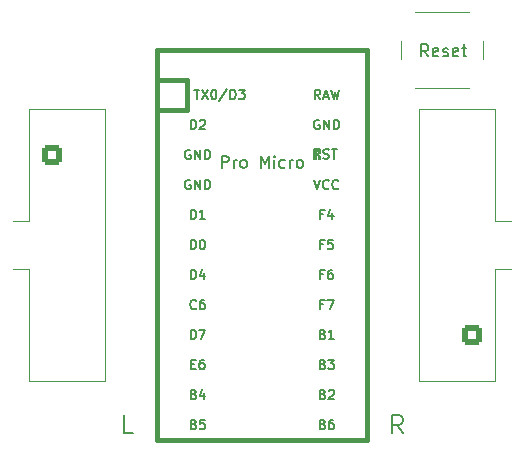
<source format=gto>
%TF.GenerationSoftware,KiCad,Pcbnew,(6.0.4-0)*%
%TF.CreationDate,2022-03-28T13:42:25+08:00*%
%TF.ProjectId,Pragmatic,50726167-6d61-4746-9963-2e6b69636164,V3*%
%TF.SameCoordinates,Original*%
%TF.FileFunction,Legend,Top*%
%TF.FilePolarity,Positive*%
%FSLAX46Y46*%
G04 Gerber Fmt 4.6, Leading zero omitted, Abs format (unit mm)*
G04 Created by KiCad (PCBNEW (6.0.4-0)) date 2022-03-28 13:42:25*
%MOMM*%
%LPD*%
G01*
G04 APERTURE LIST*
G04 Aperture macros list*
%AMRoundRect*
0 Rectangle with rounded corners*
0 $1 Rounding radius*
0 $2 $3 $4 $5 $6 $7 $8 $9 X,Y pos of 4 corners*
0 Add a 4 corners polygon primitive as box body*
4,1,4,$2,$3,$4,$5,$6,$7,$8,$9,$2,$3,0*
0 Add four circle primitives for the rounded corners*
1,1,$1+$1,$2,$3*
1,1,$1+$1,$4,$5*
1,1,$1+$1,$6,$7*
1,1,$1+$1,$8,$9*
0 Add four rect primitives between the rounded corners*
20,1,$1+$1,$2,$3,$4,$5,0*
20,1,$1+$1,$4,$5,$6,$7,0*
20,1,$1+$1,$6,$7,$8,$9,0*
20,1,$1+$1,$8,$9,$2,$3,0*%
G04 Aperture macros list end*
%ADD10C,0.150000*%
%ADD11C,0.200000*%
%ADD12C,0.177800*%
%ADD13C,0.120000*%
%ADD14C,0.381000*%
%ADD15R,1.752600X1.752600*%
%ADD16C,1.752600*%
%ADD17C,0.010000*%
%ADD18RoundRect,0.250000X-0.600000X-0.600000X0.600000X-0.600000X0.600000X0.600000X-0.600000X0.600000X0*%
%ADD19C,1.700000*%
%ADD20RoundRect,0.250000X0.600000X0.600000X-0.600000X0.600000X-0.600000X-0.600000X0.600000X-0.600000X0*%
%ADD21C,2.000000*%
%ADD22C,6.400000*%
G04 APERTURE END LIST*
D10*
X136295238Y-59507380D02*
X136295238Y-58507380D01*
X136676190Y-58507380D01*
X136771428Y-58555000D01*
X136819047Y-58602619D01*
X136866666Y-58697857D01*
X136866666Y-58840714D01*
X136819047Y-58935952D01*
X136771428Y-58983571D01*
X136676190Y-59031190D01*
X136295238Y-59031190D01*
X137295238Y-59507380D02*
X137295238Y-58840714D01*
X137295238Y-59031190D02*
X137342857Y-58935952D01*
X137390476Y-58888333D01*
X137485714Y-58840714D01*
X137580952Y-58840714D01*
X138057142Y-59507380D02*
X137961904Y-59459761D01*
X137914285Y-59412142D01*
X137866666Y-59316904D01*
X137866666Y-59031190D01*
X137914285Y-58935952D01*
X137961904Y-58888333D01*
X138057142Y-58840714D01*
X138200000Y-58840714D01*
X138295238Y-58888333D01*
X138342857Y-58935952D01*
X138390476Y-59031190D01*
X138390476Y-59316904D01*
X138342857Y-59412142D01*
X138295238Y-59459761D01*
X138200000Y-59507380D01*
X138057142Y-59507380D01*
X139580952Y-59507380D02*
X139580952Y-58507380D01*
X139914285Y-59221666D01*
X140247619Y-58507380D01*
X140247619Y-59507380D01*
X140723809Y-59507380D02*
X140723809Y-58840714D01*
X140723809Y-58507380D02*
X140676190Y-58555000D01*
X140723809Y-58602619D01*
X140771428Y-58555000D01*
X140723809Y-58507380D01*
X140723809Y-58602619D01*
X141628571Y-59459761D02*
X141533333Y-59507380D01*
X141342857Y-59507380D01*
X141247619Y-59459761D01*
X141200000Y-59412142D01*
X141152380Y-59316904D01*
X141152380Y-59031190D01*
X141200000Y-58935952D01*
X141247619Y-58888333D01*
X141342857Y-58840714D01*
X141533333Y-58840714D01*
X141628571Y-58888333D01*
X142057142Y-59507380D02*
X142057142Y-58840714D01*
X142057142Y-59031190D02*
X142104761Y-58935952D01*
X142152380Y-58888333D01*
X142247619Y-58840714D01*
X142342857Y-58840714D01*
X142819047Y-59507380D02*
X142723809Y-59459761D01*
X142676190Y-59412142D01*
X142628571Y-59316904D01*
X142628571Y-59031190D01*
X142676190Y-58935952D01*
X142723809Y-58888333D01*
X142819047Y-58840714D01*
X142961904Y-58840714D01*
X143057142Y-58888333D01*
X143104761Y-58935952D01*
X143152380Y-59031190D01*
X143152380Y-59316904D01*
X143104761Y-59412142D01*
X143057142Y-59459761D01*
X142961904Y-59507380D01*
X142819047Y-59507380D01*
D11*
%TO.C,J1*%
X128734285Y-81958571D02*
X128020000Y-81958571D01*
X128020000Y-80458571D01*
%TO.C,J2*%
X151594285Y-81958571D02*
X151094285Y-81244285D01*
X150737142Y-81958571D02*
X150737142Y-80458571D01*
X151308571Y-80458571D01*
X151451428Y-80530000D01*
X151522857Y-80601428D01*
X151594285Y-80744285D01*
X151594285Y-80958571D01*
X151522857Y-81101428D01*
X151451428Y-81172857D01*
X151308571Y-81244285D01*
X150737142Y-81244285D01*
D12*
%TO.C,SW1*%
X153757095Y-50080619D02*
X153418428Y-49596809D01*
X153176523Y-50080619D02*
X153176523Y-49064619D01*
X153563571Y-49064619D01*
X153660333Y-49113000D01*
X153708714Y-49161380D01*
X153757095Y-49258142D01*
X153757095Y-49403285D01*
X153708714Y-49500047D01*
X153660333Y-49548428D01*
X153563571Y-49596809D01*
X153176523Y-49596809D01*
X154579571Y-50032238D02*
X154482809Y-50080619D01*
X154289285Y-50080619D01*
X154192523Y-50032238D01*
X154144142Y-49935476D01*
X154144142Y-49548428D01*
X154192523Y-49451666D01*
X154289285Y-49403285D01*
X154482809Y-49403285D01*
X154579571Y-49451666D01*
X154627952Y-49548428D01*
X154627952Y-49645190D01*
X154144142Y-49741952D01*
X155015000Y-50032238D02*
X155111761Y-50080619D01*
X155305285Y-50080619D01*
X155402047Y-50032238D01*
X155450428Y-49935476D01*
X155450428Y-49887095D01*
X155402047Y-49790333D01*
X155305285Y-49741952D01*
X155160142Y-49741952D01*
X155063380Y-49693571D01*
X155015000Y-49596809D01*
X155015000Y-49548428D01*
X155063380Y-49451666D01*
X155160142Y-49403285D01*
X155305285Y-49403285D01*
X155402047Y-49451666D01*
X156272904Y-50032238D02*
X156176142Y-50080619D01*
X155982619Y-50080619D01*
X155885857Y-50032238D01*
X155837476Y-49935476D01*
X155837476Y-49548428D01*
X155885857Y-49451666D01*
X155982619Y-49403285D01*
X156176142Y-49403285D01*
X156272904Y-49451666D01*
X156321285Y-49548428D01*
X156321285Y-49645190D01*
X155837476Y-49741952D01*
X156611571Y-49403285D02*
X156998619Y-49403285D01*
X156756714Y-49064619D02*
X156756714Y-49935476D01*
X156805095Y-50032238D01*
X156901857Y-50080619D01*
X156998619Y-50080619D01*
D10*
%TO.C,U1*%
X144094333Y-60521904D02*
X144361000Y-61321904D01*
X144627666Y-60521904D01*
X145351476Y-61245714D02*
X145313380Y-61283809D01*
X145199095Y-61321904D01*
X145122904Y-61321904D01*
X145008619Y-61283809D01*
X144932428Y-61207619D01*
X144894333Y-61131428D01*
X144856238Y-60979047D01*
X144856238Y-60864761D01*
X144894333Y-60712380D01*
X144932428Y-60636190D01*
X145008619Y-60560000D01*
X145122904Y-60521904D01*
X145199095Y-60521904D01*
X145313380Y-60560000D01*
X145351476Y-60598095D01*
X146151476Y-61245714D02*
X146113380Y-61283809D01*
X145999095Y-61321904D01*
X145922904Y-61321904D01*
X145808619Y-61283809D01*
X145732428Y-61207619D01*
X145694333Y-61131428D01*
X145656238Y-60979047D01*
X145656238Y-60864761D01*
X145694333Y-60712380D01*
X145732428Y-60636190D01*
X145808619Y-60560000D01*
X145922904Y-60521904D01*
X145999095Y-60521904D01*
X146113380Y-60560000D01*
X146151476Y-60598095D01*
X144551476Y-55480000D02*
X144475285Y-55441904D01*
X144361000Y-55441904D01*
X144246714Y-55480000D01*
X144170523Y-55556190D01*
X144132428Y-55632380D01*
X144094333Y-55784761D01*
X144094333Y-55899047D01*
X144132428Y-56051428D01*
X144170523Y-56127619D01*
X144246714Y-56203809D01*
X144361000Y-56241904D01*
X144437190Y-56241904D01*
X144551476Y-56203809D01*
X144589571Y-56165714D01*
X144589571Y-55899047D01*
X144437190Y-55899047D01*
X144932428Y-56241904D02*
X144932428Y-55441904D01*
X145389571Y-56241904D01*
X145389571Y-55441904D01*
X145770523Y-56241904D02*
X145770523Y-55441904D01*
X145961000Y-55441904D01*
X146075285Y-55480000D01*
X146151476Y-55556190D01*
X146189571Y-55632380D01*
X146227666Y-55784761D01*
X146227666Y-55899047D01*
X146189571Y-56051428D01*
X146151476Y-56127619D01*
X146075285Y-56203809D01*
X145961000Y-56241904D01*
X145770523Y-56241904D01*
X144894333Y-68522857D02*
X144627666Y-68522857D01*
X144627666Y-68941904D02*
X144627666Y-68141904D01*
X145008619Y-68141904D01*
X145656238Y-68141904D02*
X145503857Y-68141904D01*
X145427666Y-68180000D01*
X145389571Y-68218095D01*
X145313380Y-68332380D01*
X145275285Y-68484761D01*
X145275285Y-68789523D01*
X145313380Y-68865714D01*
X145351476Y-68903809D01*
X145427666Y-68941904D01*
X145580047Y-68941904D01*
X145656238Y-68903809D01*
X145694333Y-68865714D01*
X145732428Y-68789523D01*
X145732428Y-68599047D01*
X145694333Y-68522857D01*
X145656238Y-68484761D01*
X145580047Y-68446666D01*
X145427666Y-68446666D01*
X145351476Y-68484761D01*
X145313380Y-68522857D01*
X145275285Y-68599047D01*
X133629476Y-60560000D02*
X133553285Y-60521904D01*
X133439000Y-60521904D01*
X133324714Y-60560000D01*
X133248523Y-60636190D01*
X133210428Y-60712380D01*
X133172333Y-60864761D01*
X133172333Y-60979047D01*
X133210428Y-61131428D01*
X133248523Y-61207619D01*
X133324714Y-61283809D01*
X133439000Y-61321904D01*
X133515190Y-61321904D01*
X133629476Y-61283809D01*
X133667571Y-61245714D01*
X133667571Y-60979047D01*
X133515190Y-60979047D01*
X134010428Y-61321904D02*
X134010428Y-60521904D01*
X134467571Y-61321904D01*
X134467571Y-60521904D01*
X134848523Y-61321904D02*
X134848523Y-60521904D01*
X135039000Y-60521904D01*
X135153285Y-60560000D01*
X135229476Y-60636190D01*
X135267571Y-60712380D01*
X135305666Y-60864761D01*
X135305666Y-60979047D01*
X135267571Y-61131428D01*
X135229476Y-61207619D01*
X135153285Y-61283809D01*
X135039000Y-61321904D01*
X134848523Y-61321904D01*
X133915190Y-81222857D02*
X134029476Y-81260952D01*
X134067571Y-81299047D01*
X134105666Y-81375238D01*
X134105666Y-81489523D01*
X134067571Y-81565714D01*
X134029476Y-81603809D01*
X133953285Y-81641904D01*
X133648523Y-81641904D01*
X133648523Y-80841904D01*
X133915190Y-80841904D01*
X133991380Y-80880000D01*
X134029476Y-80918095D01*
X134067571Y-80994285D01*
X134067571Y-81070476D01*
X134029476Y-81146666D01*
X133991380Y-81184761D01*
X133915190Y-81222857D01*
X133648523Y-81222857D01*
X134829476Y-80841904D02*
X134448523Y-80841904D01*
X134410428Y-81222857D01*
X134448523Y-81184761D01*
X134524714Y-81146666D01*
X134715190Y-81146666D01*
X134791380Y-81184761D01*
X134829476Y-81222857D01*
X134867571Y-81299047D01*
X134867571Y-81489523D01*
X134829476Y-81565714D01*
X134791380Y-81603809D01*
X134715190Y-81641904D01*
X134524714Y-81641904D01*
X134448523Y-81603809D01*
X134410428Y-81565714D01*
X144894333Y-71062857D02*
X144627666Y-71062857D01*
X144627666Y-71481904D02*
X144627666Y-70681904D01*
X145008619Y-70681904D01*
X145237190Y-70681904D02*
X145770523Y-70681904D01*
X145427666Y-71481904D01*
X133648523Y-56241904D02*
X133648523Y-55441904D01*
X133839000Y-55441904D01*
X133953285Y-55480000D01*
X134029476Y-55556190D01*
X134067571Y-55632380D01*
X134105666Y-55784761D01*
X134105666Y-55899047D01*
X134067571Y-56051428D01*
X134029476Y-56127619D01*
X133953285Y-56203809D01*
X133839000Y-56241904D01*
X133648523Y-56241904D01*
X134410428Y-55518095D02*
X134448523Y-55480000D01*
X134524714Y-55441904D01*
X134715190Y-55441904D01*
X134791380Y-55480000D01*
X134829476Y-55518095D01*
X134867571Y-55594285D01*
X134867571Y-55670476D01*
X134829476Y-55784761D01*
X134372333Y-56241904D01*
X134867571Y-56241904D01*
X144894333Y-65982857D02*
X144627666Y-65982857D01*
X144627666Y-66401904D02*
X144627666Y-65601904D01*
X145008619Y-65601904D01*
X145694333Y-65601904D02*
X145313380Y-65601904D01*
X145275285Y-65982857D01*
X145313380Y-65944761D01*
X145389571Y-65906666D01*
X145580047Y-65906666D01*
X145656238Y-65944761D01*
X145694333Y-65982857D01*
X145732428Y-66059047D01*
X145732428Y-66249523D01*
X145694333Y-66325714D01*
X145656238Y-66363809D01*
X145580047Y-66401904D01*
X145389571Y-66401904D01*
X145313380Y-66363809D01*
X145275285Y-66325714D01*
X144837190Y-73602857D02*
X144951476Y-73640952D01*
X144989571Y-73679047D01*
X145027666Y-73755238D01*
X145027666Y-73869523D01*
X144989571Y-73945714D01*
X144951476Y-73983809D01*
X144875285Y-74021904D01*
X144570523Y-74021904D01*
X144570523Y-73221904D01*
X144837190Y-73221904D01*
X144913380Y-73260000D01*
X144951476Y-73298095D01*
X144989571Y-73374285D01*
X144989571Y-73450476D01*
X144951476Y-73526666D01*
X144913380Y-73564761D01*
X144837190Y-73602857D01*
X144570523Y-73602857D01*
X145789571Y-74021904D02*
X145332428Y-74021904D01*
X145561000Y-74021904D02*
X145561000Y-73221904D01*
X145484809Y-73336190D01*
X145408619Y-73412380D01*
X145332428Y-73450476D01*
X133648523Y-74021904D02*
X133648523Y-73221904D01*
X133839000Y-73221904D01*
X133953285Y-73260000D01*
X134029476Y-73336190D01*
X134067571Y-73412380D01*
X134105666Y-73564761D01*
X134105666Y-73679047D01*
X134067571Y-73831428D01*
X134029476Y-73907619D01*
X133953285Y-73983809D01*
X133839000Y-74021904D01*
X133648523Y-74021904D01*
X134372333Y-73221904D02*
X134905666Y-73221904D01*
X134562809Y-74021904D01*
X133648523Y-66401904D02*
X133648523Y-65601904D01*
X133839000Y-65601904D01*
X133953285Y-65640000D01*
X134029476Y-65716190D01*
X134067571Y-65792380D01*
X134105666Y-65944761D01*
X134105666Y-66059047D01*
X134067571Y-66211428D01*
X134029476Y-66287619D01*
X133953285Y-66363809D01*
X133839000Y-66401904D01*
X133648523Y-66401904D01*
X134600904Y-65601904D02*
X134677095Y-65601904D01*
X134753285Y-65640000D01*
X134791380Y-65678095D01*
X134829476Y-65754285D01*
X134867571Y-65906666D01*
X134867571Y-66097142D01*
X134829476Y-66249523D01*
X134791380Y-66325714D01*
X134753285Y-66363809D01*
X134677095Y-66401904D01*
X134600904Y-66401904D01*
X134524714Y-66363809D01*
X134486619Y-66325714D01*
X134448523Y-66249523D01*
X134410428Y-66097142D01*
X134410428Y-65906666D01*
X134448523Y-65754285D01*
X134486619Y-65678095D01*
X134524714Y-65640000D01*
X134600904Y-65601904D01*
X133648523Y-63861904D02*
X133648523Y-63061904D01*
X133839000Y-63061904D01*
X133953285Y-63100000D01*
X134029476Y-63176190D01*
X134067571Y-63252380D01*
X134105666Y-63404761D01*
X134105666Y-63519047D01*
X134067571Y-63671428D01*
X134029476Y-63747619D01*
X133953285Y-63823809D01*
X133839000Y-63861904D01*
X133648523Y-63861904D01*
X134867571Y-63861904D02*
X134410428Y-63861904D01*
X134639000Y-63861904D02*
X134639000Y-63061904D01*
X134562809Y-63176190D01*
X134486619Y-63252380D01*
X134410428Y-63290476D01*
X133686619Y-76142857D02*
X133953285Y-76142857D01*
X134067571Y-76561904D02*
X133686619Y-76561904D01*
X133686619Y-75761904D01*
X134067571Y-75761904D01*
X134753285Y-75761904D02*
X134600904Y-75761904D01*
X134524714Y-75800000D01*
X134486619Y-75838095D01*
X134410428Y-75952380D01*
X134372333Y-76104761D01*
X134372333Y-76409523D01*
X134410428Y-76485714D01*
X134448523Y-76523809D01*
X134524714Y-76561904D01*
X134677095Y-76561904D01*
X134753285Y-76523809D01*
X134791380Y-76485714D01*
X134829476Y-76409523D01*
X134829476Y-76219047D01*
X134791380Y-76142857D01*
X134753285Y-76104761D01*
X134677095Y-76066666D01*
X134524714Y-76066666D01*
X134448523Y-76104761D01*
X134410428Y-76142857D01*
X134372333Y-76219047D01*
X144894333Y-63442857D02*
X144627666Y-63442857D01*
X144627666Y-63861904D02*
X144627666Y-63061904D01*
X145008619Y-63061904D01*
X145656238Y-63328571D02*
X145656238Y-63861904D01*
X145465761Y-63023809D02*
X145275285Y-63595238D01*
X145770523Y-63595238D01*
X133648523Y-68941904D02*
X133648523Y-68141904D01*
X133839000Y-68141904D01*
X133953285Y-68180000D01*
X134029476Y-68256190D01*
X134067571Y-68332380D01*
X134105666Y-68484761D01*
X134105666Y-68599047D01*
X134067571Y-68751428D01*
X134029476Y-68827619D01*
X133953285Y-68903809D01*
X133839000Y-68941904D01*
X133648523Y-68941904D01*
X134791380Y-68408571D02*
X134791380Y-68941904D01*
X134600904Y-68103809D02*
X134410428Y-68675238D01*
X134905666Y-68675238D01*
X144837190Y-76142857D02*
X144951476Y-76180952D01*
X144989571Y-76219047D01*
X145027666Y-76295238D01*
X145027666Y-76409523D01*
X144989571Y-76485714D01*
X144951476Y-76523809D01*
X144875285Y-76561904D01*
X144570523Y-76561904D01*
X144570523Y-75761904D01*
X144837190Y-75761904D01*
X144913380Y-75800000D01*
X144951476Y-75838095D01*
X144989571Y-75914285D01*
X144989571Y-75990476D01*
X144951476Y-76066666D01*
X144913380Y-76104761D01*
X144837190Y-76142857D01*
X144570523Y-76142857D01*
X145294333Y-75761904D02*
X145789571Y-75761904D01*
X145522904Y-76066666D01*
X145637190Y-76066666D01*
X145713380Y-76104761D01*
X145751476Y-76142857D01*
X145789571Y-76219047D01*
X145789571Y-76409523D01*
X145751476Y-76485714D01*
X145713380Y-76523809D01*
X145637190Y-76561904D01*
X145408619Y-76561904D01*
X145332428Y-76523809D01*
X145294333Y-76485714D01*
X144837190Y-78682857D02*
X144951476Y-78720952D01*
X144989571Y-78759047D01*
X145027666Y-78835238D01*
X145027666Y-78949523D01*
X144989571Y-79025714D01*
X144951476Y-79063809D01*
X144875285Y-79101904D01*
X144570523Y-79101904D01*
X144570523Y-78301904D01*
X144837190Y-78301904D01*
X144913380Y-78340000D01*
X144951476Y-78378095D01*
X144989571Y-78454285D01*
X144989571Y-78530476D01*
X144951476Y-78606666D01*
X144913380Y-78644761D01*
X144837190Y-78682857D01*
X144570523Y-78682857D01*
X145332428Y-78378095D02*
X145370523Y-78340000D01*
X145446714Y-78301904D01*
X145637190Y-78301904D01*
X145713380Y-78340000D01*
X145751476Y-78378095D01*
X145789571Y-78454285D01*
X145789571Y-78530476D01*
X145751476Y-78644761D01*
X145294333Y-79101904D01*
X145789571Y-79101904D01*
X144899786Y-58713809D02*
X145014072Y-58751904D01*
X145204548Y-58751904D01*
X145280739Y-58713809D01*
X145318834Y-58675714D01*
X145356929Y-58599523D01*
X145356929Y-58523333D01*
X145318834Y-58447142D01*
X145280739Y-58409047D01*
X145204548Y-58370952D01*
X145052167Y-58332857D01*
X144975977Y-58294761D01*
X144937881Y-58256666D01*
X144899786Y-58180476D01*
X144899786Y-58104285D01*
X144937881Y-58028095D01*
X144975977Y-57990000D01*
X145052167Y-57951904D01*
X145242643Y-57951904D01*
X145356929Y-57990000D01*
X145585500Y-57951904D02*
X146042643Y-57951904D01*
X145814072Y-58751904D02*
X145814072Y-57951904D01*
X133629476Y-58020000D02*
X133553285Y-57981904D01*
X133439000Y-57981904D01*
X133324714Y-58020000D01*
X133248523Y-58096190D01*
X133210428Y-58172380D01*
X133172333Y-58324761D01*
X133172333Y-58439047D01*
X133210428Y-58591428D01*
X133248523Y-58667619D01*
X133324714Y-58743809D01*
X133439000Y-58781904D01*
X133515190Y-58781904D01*
X133629476Y-58743809D01*
X133667571Y-58705714D01*
X133667571Y-58439047D01*
X133515190Y-58439047D01*
X134010428Y-58781904D02*
X134010428Y-57981904D01*
X134467571Y-58781904D01*
X134467571Y-57981904D01*
X134848523Y-58781904D02*
X134848523Y-57981904D01*
X135039000Y-57981904D01*
X135153285Y-58020000D01*
X135229476Y-58096190D01*
X135267571Y-58172380D01*
X135305666Y-58324761D01*
X135305666Y-58439047D01*
X135267571Y-58591428D01*
X135229476Y-58667619D01*
X135153285Y-58743809D01*
X135039000Y-58781904D01*
X134848523Y-58781904D01*
X144837190Y-81222857D02*
X144951476Y-81260952D01*
X144989571Y-81299047D01*
X145027666Y-81375238D01*
X145027666Y-81489523D01*
X144989571Y-81565714D01*
X144951476Y-81603809D01*
X144875285Y-81641904D01*
X144570523Y-81641904D01*
X144570523Y-80841904D01*
X144837190Y-80841904D01*
X144913380Y-80880000D01*
X144951476Y-80918095D01*
X144989571Y-80994285D01*
X144989571Y-81070476D01*
X144951476Y-81146666D01*
X144913380Y-81184761D01*
X144837190Y-81222857D01*
X144570523Y-81222857D01*
X145713380Y-80841904D02*
X145561000Y-80841904D01*
X145484809Y-80880000D01*
X145446714Y-80918095D01*
X145370523Y-81032380D01*
X145332428Y-81184761D01*
X145332428Y-81489523D01*
X145370523Y-81565714D01*
X145408619Y-81603809D01*
X145484809Y-81641904D01*
X145637190Y-81641904D01*
X145713380Y-81603809D01*
X145751476Y-81565714D01*
X145789571Y-81489523D01*
X145789571Y-81299047D01*
X145751476Y-81222857D01*
X145713380Y-81184761D01*
X145637190Y-81146666D01*
X145484809Y-81146666D01*
X145408619Y-81184761D01*
X145370523Y-81222857D01*
X145332428Y-81299047D01*
X133937651Y-52901904D02*
X134394794Y-52901904D01*
X134166223Y-53701904D02*
X134166223Y-52901904D01*
X134585270Y-52901904D02*
X135118604Y-53701904D01*
X135118604Y-52901904D02*
X134585270Y-53701904D01*
X135575747Y-52901904D02*
X135651937Y-52901904D01*
X135728128Y-52940000D01*
X135766223Y-52978095D01*
X135804318Y-53054285D01*
X135842413Y-53206666D01*
X135842413Y-53397142D01*
X135804318Y-53549523D01*
X135766223Y-53625714D01*
X135728128Y-53663809D01*
X135651937Y-53701904D01*
X135575747Y-53701904D01*
X135499556Y-53663809D01*
X135461461Y-53625714D01*
X135423366Y-53549523D01*
X135385270Y-53397142D01*
X135385270Y-53206666D01*
X135423366Y-53054285D01*
X135461461Y-52978095D01*
X135499556Y-52940000D01*
X135575747Y-52901904D01*
X136756699Y-52863809D02*
X136070985Y-53892380D01*
X137023366Y-53701904D02*
X137023366Y-52901904D01*
X137213842Y-52901904D01*
X137328128Y-52940000D01*
X137404318Y-53016190D01*
X137442413Y-53092380D01*
X137480508Y-53244761D01*
X137480508Y-53359047D01*
X137442413Y-53511428D01*
X137404318Y-53587619D01*
X137328128Y-53663809D01*
X137213842Y-53701904D01*
X137023366Y-53701904D01*
X137747175Y-52901904D02*
X138242413Y-52901904D01*
X137975747Y-53206666D01*
X138090032Y-53206666D01*
X138166223Y-53244761D01*
X138204318Y-53282857D01*
X138242413Y-53359047D01*
X138242413Y-53549523D01*
X138204318Y-53625714D01*
X138166223Y-53663809D01*
X138090032Y-53701904D01*
X137861461Y-53701904D01*
X137785270Y-53663809D01*
X137747175Y-53625714D01*
X133915190Y-78682857D02*
X134029476Y-78720952D01*
X134067571Y-78759047D01*
X134105666Y-78835238D01*
X134105666Y-78949523D01*
X134067571Y-79025714D01*
X134029476Y-79063809D01*
X133953285Y-79101904D01*
X133648523Y-79101904D01*
X133648523Y-78301904D01*
X133915190Y-78301904D01*
X133991380Y-78340000D01*
X134029476Y-78378095D01*
X134067571Y-78454285D01*
X134067571Y-78530476D01*
X134029476Y-78606666D01*
X133991380Y-78644761D01*
X133915190Y-78682857D01*
X133648523Y-78682857D01*
X134791380Y-78568571D02*
X134791380Y-79101904D01*
X134600904Y-78263809D02*
X134410428Y-78835238D01*
X134905666Y-78835238D01*
X144608619Y-53701904D02*
X144341952Y-53320952D01*
X144151476Y-53701904D02*
X144151476Y-52901904D01*
X144456238Y-52901904D01*
X144532428Y-52940000D01*
X144570523Y-52978095D01*
X144608619Y-53054285D01*
X144608619Y-53168571D01*
X144570523Y-53244761D01*
X144532428Y-53282857D01*
X144456238Y-53320952D01*
X144151476Y-53320952D01*
X144913380Y-53473333D02*
X145294333Y-53473333D01*
X144837190Y-53701904D02*
X145103857Y-52901904D01*
X145370523Y-53701904D01*
X145561000Y-52901904D02*
X145751476Y-53701904D01*
X145903857Y-53130476D01*
X146056238Y-53701904D01*
X146246714Y-52901904D01*
X134105666Y-71405714D02*
X134067571Y-71443809D01*
X133953285Y-71481904D01*
X133877095Y-71481904D01*
X133762809Y-71443809D01*
X133686619Y-71367619D01*
X133648523Y-71291428D01*
X133610428Y-71139047D01*
X133610428Y-71024761D01*
X133648523Y-70872380D01*
X133686619Y-70796190D01*
X133762809Y-70720000D01*
X133877095Y-70681904D01*
X133953285Y-70681904D01*
X134067571Y-70720000D01*
X134105666Y-70758095D01*
X134791380Y-70681904D02*
X134639000Y-70681904D01*
X134562809Y-70720000D01*
X134524714Y-70758095D01*
X134448523Y-70872380D01*
X134410428Y-71024761D01*
X134410428Y-71329523D01*
X134448523Y-71405714D01*
X134486619Y-71443809D01*
X134562809Y-71481904D01*
X134715190Y-71481904D01*
X134791380Y-71443809D01*
X134829476Y-71405714D01*
X134867571Y-71329523D01*
X134867571Y-71139047D01*
X134829476Y-71062857D01*
X134791380Y-71024761D01*
X134715190Y-70986666D01*
X134562809Y-70986666D01*
X134486619Y-71024761D01*
X134448523Y-71062857D01*
X134410428Y-71139047D01*
D13*
%TO.C,J1*%
X119940000Y-63990000D02*
X119940000Y-54510000D01*
X119940000Y-68090000D02*
X119940000Y-68090000D01*
X119940000Y-54510000D02*
X126440000Y-54510000D01*
X119940000Y-77570000D02*
X119940000Y-68090000D01*
X119940000Y-68090000D02*
X118630000Y-68090000D01*
X126440000Y-77570000D02*
X119940000Y-77570000D01*
X118630000Y-63990000D02*
X119940000Y-63990000D01*
X126440000Y-54510000D02*
X126440000Y-77570000D01*
%TO.C,J2*%
X152960000Y-54510000D02*
X159460000Y-54510000D01*
X152960000Y-77570000D02*
X152960000Y-54510000D01*
X159460000Y-63990000D02*
X160770000Y-63990000D01*
X159460000Y-54510000D02*
X159460000Y-63990000D01*
X160770000Y-68090000D02*
X159460000Y-68090000D01*
X159460000Y-63990000D02*
X159460000Y-63990000D01*
X159460000Y-77570000D02*
X152960000Y-77570000D01*
X159460000Y-68090000D02*
X159460000Y-77570000D01*
%TO.C,SW1*%
X157190000Y-46280000D02*
X152690000Y-46280000D01*
X151440000Y-48780000D02*
X151440000Y-50280000D01*
X158440000Y-50280000D02*
X158440000Y-48780000D01*
X152690000Y-52780000D02*
X157190000Y-52780000D01*
D14*
%TO.C,U1*%
X148590000Y-49530000D02*
X130810000Y-49530000D01*
X130810000Y-52070000D02*
X130810000Y-82550000D01*
X130810000Y-49530000D02*
X130810000Y-52070000D01*
X133350000Y-52070000D02*
X130810000Y-52070000D01*
X148590000Y-52070000D02*
X148590000Y-49530000D01*
X130810000Y-82550000D02*
X148590000Y-82550000D01*
X148590000Y-82550000D02*
X148590000Y-52070000D01*
X133350000Y-54610000D02*
X130810000Y-54610000D01*
X133350000Y-52070000D02*
X133350000Y-54610000D01*
G36*
X144631568Y-58749360D02*
G01*
X144531568Y-58749360D01*
X144531568Y-58549360D01*
X144631568Y-58549360D01*
X144631568Y-58749360D01*
G37*
D10*
X144631568Y-58749360D02*
X144531568Y-58749360D01*
X144531568Y-58549360D01*
X144631568Y-58549360D01*
X144631568Y-58749360D01*
G36*
X144231568Y-58749360D02*
G01*
X144131568Y-58749360D01*
X144131568Y-57949360D01*
X144231568Y-57949360D01*
X144231568Y-58749360D01*
G37*
X144231568Y-58749360D02*
X144131568Y-58749360D01*
X144131568Y-57949360D01*
X144231568Y-57949360D01*
X144231568Y-58749360D01*
G36*
X144431568Y-58449360D02*
G01*
X144331568Y-58449360D01*
X144331568Y-58349360D01*
X144431568Y-58349360D01*
X144431568Y-58449360D01*
G37*
X144431568Y-58449360D02*
X144331568Y-58449360D01*
X144331568Y-58349360D01*
X144431568Y-58349360D01*
X144431568Y-58449360D01*
G36*
X144631568Y-58049360D02*
G01*
X144131568Y-58049360D01*
X144131568Y-57949360D01*
X144631568Y-57949360D01*
X144631568Y-58049360D01*
G37*
X144631568Y-58049360D02*
X144131568Y-58049360D01*
X144131568Y-57949360D01*
X144631568Y-57949360D01*
X144631568Y-58049360D01*
G36*
X144631568Y-58249360D02*
G01*
X144531568Y-58249360D01*
X144531568Y-57949360D01*
X144631568Y-57949360D01*
X144631568Y-58249360D01*
G37*
X144631568Y-58249360D02*
X144531568Y-58249360D01*
X144531568Y-57949360D01*
X144631568Y-57949360D01*
X144631568Y-58249360D01*
%TD*%
D15*
%TO.C,U1*%
X132080000Y-53340000D03*
D16*
X132080000Y-55880000D03*
X132080000Y-58420000D03*
X132080000Y-60960000D03*
X132080000Y-63500000D03*
X132080000Y-66040000D03*
X132080000Y-68580000D03*
X132080000Y-71120000D03*
X132080000Y-73660000D03*
X132080000Y-76200000D03*
X132080000Y-78740000D03*
X132080000Y-81280000D03*
X147320000Y-81280000D03*
X147320000Y-78740000D03*
X147320000Y-76200000D03*
X147320000Y-73660000D03*
X147320000Y-71120000D03*
X147320000Y-68580000D03*
X147320000Y-66040000D03*
X147320000Y-63500000D03*
X147320000Y-60960000D03*
X147320000Y-58420000D03*
X147320000Y-55880000D03*
X147320000Y-53340000D03*
%TD*%
%LPC*%
D11*
X134236562Y-85133571D02*
X134424062Y-83633571D01*
X134995491Y-83633571D01*
X135129419Y-83705000D01*
X135191919Y-83776428D01*
X135245491Y-83919285D01*
X135218705Y-84133571D01*
X135129419Y-84276428D01*
X135049062Y-84347857D01*
X134897276Y-84419285D01*
X134325848Y-84419285D01*
X135736562Y-85133571D02*
X135861562Y-84133571D01*
X135825848Y-84419285D02*
X135915133Y-84276428D01*
X135995491Y-84205000D01*
X136147276Y-84133571D01*
X136290133Y-84133571D01*
X137307991Y-85133571D02*
X137406205Y-84347857D01*
X137352633Y-84205000D01*
X137218705Y-84133571D01*
X136932991Y-84133571D01*
X136781205Y-84205000D01*
X137316919Y-85062142D02*
X137165133Y-85133571D01*
X136807991Y-85133571D01*
X136674062Y-85062142D01*
X136620491Y-84919285D01*
X136638348Y-84776428D01*
X136727633Y-84633571D01*
X136879419Y-84562142D01*
X137236562Y-84562142D01*
X137388348Y-84490714D01*
X138790133Y-84133571D02*
X138638348Y-85347857D01*
X138549062Y-85490714D01*
X138468705Y-85562142D01*
X138316919Y-85633571D01*
X138102633Y-85633571D01*
X137968705Y-85562142D01*
X138674062Y-85062142D02*
X138522276Y-85133571D01*
X138236562Y-85133571D01*
X138102633Y-85062142D01*
X138040133Y-84990714D01*
X137986562Y-84847857D01*
X138040133Y-84419285D01*
X138129419Y-84276428D01*
X138209776Y-84205000D01*
X138361562Y-84133571D01*
X138647276Y-84133571D01*
X138781205Y-84205000D01*
X139379419Y-85133571D02*
X139504419Y-84133571D01*
X139486562Y-84276428D02*
X139566919Y-84205000D01*
X139718705Y-84133571D01*
X139932991Y-84133571D01*
X140066919Y-84205000D01*
X140120491Y-84347857D01*
X140022276Y-85133571D01*
X140120491Y-84347857D02*
X140209776Y-84205000D01*
X140361562Y-84133571D01*
X140575848Y-84133571D01*
X140709776Y-84205000D01*
X140763348Y-84347857D01*
X140665133Y-85133571D01*
X142022276Y-85133571D02*
X142120491Y-84347857D01*
X142066919Y-84205000D01*
X141932991Y-84133571D01*
X141647276Y-84133571D01*
X141495491Y-84205000D01*
X142031205Y-85062142D02*
X141879419Y-85133571D01*
X141522276Y-85133571D01*
X141388348Y-85062142D01*
X141334776Y-84919285D01*
X141352633Y-84776428D01*
X141441919Y-84633571D01*
X141593705Y-84562142D01*
X141950848Y-84562142D01*
X142102633Y-84490714D01*
X142647276Y-84133571D02*
X143218705Y-84133571D01*
X142924062Y-83633571D02*
X142763348Y-84919285D01*
X142816919Y-85062142D01*
X142950848Y-85133571D01*
X143093705Y-85133571D01*
X143593705Y-85133571D02*
X143718705Y-84133571D01*
X143781205Y-83633571D02*
X143700848Y-83705000D01*
X143763348Y-83776428D01*
X143843705Y-83705000D01*
X143781205Y-83633571D01*
X143763348Y-83776428D01*
X144959776Y-85062142D02*
X144807991Y-85133571D01*
X144522276Y-85133571D01*
X144388348Y-85062142D01*
X144325848Y-84990714D01*
X144272276Y-84847857D01*
X144325848Y-84419285D01*
X144415133Y-84276428D01*
X144495491Y-84205000D01*
X144647276Y-84133571D01*
X144932991Y-84133571D01*
X145066919Y-84205000D01*
%TO.C,Logo1*%
G36*
X124969833Y-51488663D02*
G01*
X124972048Y-51526850D01*
X124973784Y-51584886D01*
X124974899Y-51658180D01*
X124975257Y-51735055D01*
X124975257Y-51995196D01*
X124929326Y-52041127D01*
X124897675Y-52069429D01*
X124869890Y-52080893D01*
X124831915Y-52080168D01*
X124816840Y-52078321D01*
X124769726Y-52072948D01*
X124730756Y-52069869D01*
X124721257Y-52069585D01*
X124689233Y-52071445D01*
X124643432Y-52076114D01*
X124625674Y-52078321D01*
X124582057Y-52081735D01*
X124552745Y-52074320D01*
X124523680Y-52051427D01*
X124513188Y-52041127D01*
X124467257Y-51995196D01*
X124467257Y-51508602D01*
X124504226Y-51491758D01*
X124536059Y-51479282D01*
X124554683Y-51474914D01*
X124559458Y-51488718D01*
X124563921Y-51527286D01*
X124567775Y-51586356D01*
X124570722Y-51661663D01*
X124572143Y-51725286D01*
X124576114Y-51975657D01*
X124610759Y-51980556D01*
X124642268Y-51977131D01*
X124657708Y-51966041D01*
X124662023Y-51945308D01*
X124665708Y-51901145D01*
X124668469Y-51839146D01*
X124670012Y-51764909D01*
X124670235Y-51726706D01*
X124670457Y-51506783D01*
X124716166Y-51490849D01*
X124748518Y-51480015D01*
X124766115Y-51474962D01*
X124766623Y-51474914D01*
X124768388Y-51488648D01*
X124770329Y-51526730D01*
X124772282Y-51584482D01*
X124774084Y-51657227D01*
X124775343Y-51725286D01*
X124779314Y-51975657D01*
X124866400Y-51975657D01*
X124870396Y-51747240D01*
X124874392Y-51518822D01*
X124916847Y-51496868D01*
X124948192Y-51481793D01*
X124966744Y-51474951D01*
X124967279Y-51474914D01*
X124969833Y-51488663D01*
G37*
D17*
X124969833Y-51488663D02*
X124972048Y-51526850D01*
X124973784Y-51584886D01*
X124974899Y-51658180D01*
X124975257Y-51735055D01*
X124975257Y-51995196D01*
X124929326Y-52041127D01*
X124897675Y-52069429D01*
X124869890Y-52080893D01*
X124831915Y-52080168D01*
X124816840Y-52078321D01*
X124769726Y-52072948D01*
X124730756Y-52069869D01*
X124721257Y-52069585D01*
X124689233Y-52071445D01*
X124643432Y-52076114D01*
X124625674Y-52078321D01*
X124582057Y-52081735D01*
X124552745Y-52074320D01*
X124523680Y-52051427D01*
X124513188Y-52041127D01*
X124467257Y-51995196D01*
X124467257Y-51508602D01*
X124504226Y-51491758D01*
X124536059Y-51479282D01*
X124554683Y-51474914D01*
X124559458Y-51488718D01*
X124563921Y-51527286D01*
X124567775Y-51586356D01*
X124570722Y-51661663D01*
X124572143Y-51725286D01*
X124576114Y-51975657D01*
X124610759Y-51980556D01*
X124642268Y-51977131D01*
X124657708Y-51966041D01*
X124662023Y-51945308D01*
X124665708Y-51901145D01*
X124668469Y-51839146D01*
X124670012Y-51764909D01*
X124670235Y-51726706D01*
X124670457Y-51506783D01*
X124716166Y-51490849D01*
X124748518Y-51480015D01*
X124766115Y-51474962D01*
X124766623Y-51474914D01*
X124768388Y-51488648D01*
X124770329Y-51526730D01*
X124772282Y-51584482D01*
X124774084Y-51657227D01*
X124775343Y-51725286D01*
X124779314Y-51975657D01*
X124866400Y-51975657D01*
X124870396Y-51747240D01*
X124874392Y-51518822D01*
X124916847Y-51496868D01*
X124948192Y-51481793D01*
X124966744Y-51474951D01*
X124967279Y-51474914D01*
X124969833Y-51488663D01*
G36*
X123293910Y-46772348D02*
G01*
X123372454Y-46772778D01*
X123429298Y-46773942D01*
X123468105Y-46776207D01*
X123492538Y-46779940D01*
X123506262Y-46785506D01*
X123512940Y-46793273D01*
X123516236Y-46803605D01*
X123516556Y-46804943D01*
X123521562Y-46829079D01*
X123530829Y-46876701D01*
X123543392Y-46942741D01*
X123558287Y-47022128D01*
X123574551Y-47109796D01*
X123575119Y-47112875D01*
X123591410Y-47198789D01*
X123606652Y-47274696D01*
X123619861Y-47336045D01*
X123630054Y-47378282D01*
X123636248Y-47396855D01*
X123636543Y-47397184D01*
X123654788Y-47406253D01*
X123692405Y-47421367D01*
X123741271Y-47439262D01*
X123741543Y-47439358D01*
X123803093Y-47462493D01*
X123875657Y-47491965D01*
X123944057Y-47521597D01*
X123947294Y-47523062D01*
X124058702Y-47573626D01*
X124305399Y-47405160D01*
X124381077Y-47353803D01*
X124449631Y-47307889D01*
X124507088Y-47270030D01*
X124549476Y-47242837D01*
X124572825Y-47228921D01*
X124575042Y-47227889D01*
X124592010Y-47232484D01*
X124623701Y-47254655D01*
X124671352Y-47295447D01*
X124736198Y-47355905D01*
X124802397Y-47420227D01*
X124866214Y-47483612D01*
X124923329Y-47541451D01*
X124970305Y-47590175D01*
X125003703Y-47626210D01*
X125020085Y-47645984D01*
X125020694Y-47647002D01*
X125022505Y-47660572D01*
X125015683Y-47682733D01*
X124998540Y-47716478D01*
X124969393Y-47764800D01*
X124926555Y-47830692D01*
X124869448Y-47915517D01*
X124818766Y-47990177D01*
X124773461Y-48057140D01*
X124736150Y-48112516D01*
X124709452Y-48152420D01*
X124695985Y-48172962D01*
X124695137Y-48174356D01*
X124696781Y-48194038D01*
X124709245Y-48232293D01*
X124730048Y-48281889D01*
X124737462Y-48297728D01*
X124769814Y-48368290D01*
X124804328Y-48448353D01*
X124832365Y-48517629D01*
X124852568Y-48569045D01*
X124868615Y-48608119D01*
X124877888Y-48628541D01*
X124879041Y-48630114D01*
X124896096Y-48632721D01*
X124936298Y-48639863D01*
X124994302Y-48650523D01*
X125064763Y-48663685D01*
X125142335Y-48678333D01*
X125221672Y-48693449D01*
X125297431Y-48708018D01*
X125364264Y-48721022D01*
X125416828Y-48731445D01*
X125449776Y-48738270D01*
X125457857Y-48740199D01*
X125466205Y-48744962D01*
X125472506Y-48755718D01*
X125477045Y-48776098D01*
X125480104Y-48809734D01*
X125481967Y-48860255D01*
X125482918Y-48931292D01*
X125483240Y-49026476D01*
X125483257Y-49065492D01*
X125483257Y-49382799D01*
X125407057Y-49397839D01*
X125364663Y-49405995D01*
X125301400Y-49417899D01*
X125224962Y-49432116D01*
X125143043Y-49447210D01*
X125120400Y-49451355D01*
X125044806Y-49466053D01*
X124978953Y-49480505D01*
X124928366Y-49493375D01*
X124898574Y-49503322D01*
X124893612Y-49506287D01*
X124881426Y-49527283D01*
X124863953Y-49567967D01*
X124844577Y-49620322D01*
X124840734Y-49631600D01*
X124815339Y-49701523D01*
X124783817Y-49780418D01*
X124752969Y-49851266D01*
X124752817Y-49851595D01*
X124701447Y-49962733D01*
X124870399Y-50211253D01*
X125039352Y-50459772D01*
X124822429Y-50677058D01*
X124756819Y-50741726D01*
X124696979Y-50798733D01*
X124646267Y-50845033D01*
X124608046Y-50877584D01*
X124585675Y-50893343D01*
X124582466Y-50894343D01*
X124563626Y-50886469D01*
X124525180Y-50864578D01*
X124471330Y-50831267D01*
X124406276Y-50789131D01*
X124335940Y-50741943D01*
X124264555Y-50693810D01*
X124200908Y-50651928D01*
X124149041Y-50618871D01*
X124112995Y-50597218D01*
X124096867Y-50589543D01*
X124077189Y-50596037D01*
X124039875Y-50613150D01*
X123992621Y-50637326D01*
X123987612Y-50640013D01*
X123923977Y-50671927D01*
X123880341Y-50687579D01*
X123853202Y-50687745D01*
X123839057Y-50673204D01*
X123838975Y-50673000D01*
X123831905Y-50655779D01*
X123815042Y-50614899D01*
X123789695Y-50553525D01*
X123757171Y-50474819D01*
X123718778Y-50381947D01*
X123675822Y-50278072D01*
X123634222Y-50177502D01*
X123588504Y-50066516D01*
X123546526Y-49963703D01*
X123509548Y-49872215D01*
X123478827Y-49795201D01*
X123455622Y-49735815D01*
X123441190Y-49697209D01*
X123436743Y-49682800D01*
X123447896Y-49666272D01*
X123477069Y-49639930D01*
X123515971Y-49610887D01*
X123626757Y-49519039D01*
X123713351Y-49413759D01*
X123774716Y-49297266D01*
X123809815Y-49171776D01*
X123817608Y-49039507D01*
X123811943Y-48978457D01*
X123781078Y-48851795D01*
X123727920Y-48739941D01*
X123655767Y-48644001D01*
X123567917Y-48565076D01*
X123467665Y-48504270D01*
X123358310Y-48462687D01*
X123243147Y-48441428D01*
X123125475Y-48441599D01*
X123008590Y-48464301D01*
X122895789Y-48510638D01*
X122790369Y-48581713D01*
X122746368Y-48621911D01*
X122661979Y-48725129D01*
X122603222Y-48837925D01*
X122569704Y-48957010D01*
X122561035Y-49079095D01*
X122576823Y-49200893D01*
X122616678Y-49319116D01*
X122680207Y-49430475D01*
X122767021Y-49531684D01*
X122864029Y-49610887D01*
X122904437Y-49641162D01*
X122932982Y-49667219D01*
X122943257Y-49682825D01*
X122937877Y-49699843D01*
X122922575Y-49740500D01*
X122898612Y-49801642D01*
X122867244Y-49880119D01*
X122829732Y-49972780D01*
X122787333Y-50076472D01*
X122745663Y-50177526D01*
X122699690Y-50288607D01*
X122657107Y-50391541D01*
X122619221Y-50483165D01*
X122587340Y-50560316D01*
X122562771Y-50619831D01*
X122546820Y-50658544D01*
X122540910Y-50673000D01*
X122526948Y-50687685D01*
X122499940Y-50687642D01*
X122456413Y-50672099D01*
X122392890Y-50640284D01*
X122392388Y-50640013D01*
X122344560Y-50615323D01*
X122305897Y-50597338D01*
X122284095Y-50589614D01*
X122283133Y-50589543D01*
X122266721Y-50597378D01*
X122230487Y-50619165D01*
X122178474Y-50652328D01*
X122114725Y-50694291D01*
X122044060Y-50741943D01*
X121972116Y-50790191D01*
X121907274Y-50832151D01*
X121853735Y-50865227D01*
X121815697Y-50886821D01*
X121797533Y-50894343D01*
X121780808Y-50884457D01*
X121747180Y-50856826D01*
X121700010Y-50814495D01*
X121642658Y-50760505D01*
X121578484Y-50697899D01*
X121557497Y-50676983D01*
X121340499Y-50459623D01*
X121505668Y-50217220D01*
X121555864Y-50142781D01*
X121599919Y-50075972D01*
X121635362Y-50020665D01*
X121659719Y-49980729D01*
X121670522Y-49960036D01*
X121670838Y-49958563D01*
X121665143Y-49939058D01*
X121649826Y-49899822D01*
X121627537Y-49847430D01*
X121611893Y-49812355D01*
X121582641Y-49745201D01*
X121555094Y-49677358D01*
X121533737Y-49620034D01*
X121527935Y-49602572D01*
X121511452Y-49555938D01*
X121495340Y-49519905D01*
X121486490Y-49506287D01*
X121466960Y-49497952D01*
X121424334Y-49486137D01*
X121364145Y-49472181D01*
X121291922Y-49457422D01*
X121259600Y-49451355D01*
X121177522Y-49436273D01*
X121098795Y-49421669D01*
X121031109Y-49408980D01*
X120982160Y-49399642D01*
X120972943Y-49397839D01*
X120896743Y-49382799D01*
X120896743Y-49065492D01*
X120896914Y-48961154D01*
X120897616Y-48882213D01*
X120899134Y-48825038D01*
X120901749Y-48785999D01*
X120905746Y-48761465D01*
X120911409Y-48747805D01*
X120919020Y-48741389D01*
X120922143Y-48740199D01*
X120940978Y-48735980D01*
X120982588Y-48727562D01*
X121041630Y-48715961D01*
X121112757Y-48702195D01*
X121190625Y-48687280D01*
X121269887Y-48672232D01*
X121345198Y-48658069D01*
X121411213Y-48645806D01*
X121462587Y-48636461D01*
X121493975Y-48631050D01*
X121500959Y-48630114D01*
X121507285Y-48617596D01*
X121521290Y-48584246D01*
X121540355Y-48536377D01*
X121547634Y-48517629D01*
X121576996Y-48445195D01*
X121611571Y-48365170D01*
X121642537Y-48297728D01*
X121665323Y-48246159D01*
X121680482Y-48203785D01*
X121685542Y-48177834D01*
X121684736Y-48174356D01*
X121674041Y-48157936D01*
X121649620Y-48121417D01*
X121614095Y-48068687D01*
X121570087Y-48003635D01*
X121520217Y-47930151D01*
X121510356Y-47915645D01*
X121452492Y-47829704D01*
X121409956Y-47764261D01*
X121381054Y-47716304D01*
X121364090Y-47682820D01*
X121357367Y-47660795D01*
X121359190Y-47647217D01*
X121359236Y-47647131D01*
X121373586Y-47629297D01*
X121405323Y-47594817D01*
X121451010Y-47547268D01*
X121507204Y-47490222D01*
X121570468Y-47427255D01*
X121577602Y-47420227D01*
X121657330Y-47343020D01*
X121718857Y-47286330D01*
X121763421Y-47249110D01*
X121792257Y-47230315D01*
X121804958Y-47227889D01*
X121823494Y-47238471D01*
X121861961Y-47262916D01*
X121916386Y-47298612D01*
X121982798Y-47342947D01*
X122057225Y-47393311D01*
X122074601Y-47405160D01*
X122321297Y-47573626D01*
X122432706Y-47523062D01*
X122500457Y-47493595D01*
X122573183Y-47463959D01*
X122635703Y-47440330D01*
X122638457Y-47439358D01*
X122687360Y-47421457D01*
X122725057Y-47406320D01*
X122743425Y-47397210D01*
X122743456Y-47397184D01*
X122749285Y-47380717D01*
X122759192Y-47340219D01*
X122772195Y-47280242D01*
X122787309Y-47205340D01*
X122803552Y-47120064D01*
X122804881Y-47112875D01*
X122821175Y-47025014D01*
X122836133Y-46945260D01*
X122848791Y-46878681D01*
X122858186Y-46830347D01*
X122863354Y-46805325D01*
X122863444Y-46804943D01*
X122866589Y-46794299D01*
X122872704Y-46786262D01*
X122885453Y-46780467D01*
X122908500Y-46776547D01*
X122945509Y-46774135D01*
X123000144Y-46772865D01*
X123076067Y-46772371D01*
X123176944Y-46772286D01*
X123190000Y-46772286D01*
X123293910Y-46772348D01*
G37*
X123293910Y-46772348D02*
X123372454Y-46772778D01*
X123429298Y-46773942D01*
X123468105Y-46776207D01*
X123492538Y-46779940D01*
X123506262Y-46785506D01*
X123512940Y-46793273D01*
X123516236Y-46803605D01*
X123516556Y-46804943D01*
X123521562Y-46829079D01*
X123530829Y-46876701D01*
X123543392Y-46942741D01*
X123558287Y-47022128D01*
X123574551Y-47109796D01*
X123575119Y-47112875D01*
X123591410Y-47198789D01*
X123606652Y-47274696D01*
X123619861Y-47336045D01*
X123630054Y-47378282D01*
X123636248Y-47396855D01*
X123636543Y-47397184D01*
X123654788Y-47406253D01*
X123692405Y-47421367D01*
X123741271Y-47439262D01*
X123741543Y-47439358D01*
X123803093Y-47462493D01*
X123875657Y-47491965D01*
X123944057Y-47521597D01*
X123947294Y-47523062D01*
X124058702Y-47573626D01*
X124305399Y-47405160D01*
X124381077Y-47353803D01*
X124449631Y-47307889D01*
X124507088Y-47270030D01*
X124549476Y-47242837D01*
X124572825Y-47228921D01*
X124575042Y-47227889D01*
X124592010Y-47232484D01*
X124623701Y-47254655D01*
X124671352Y-47295447D01*
X124736198Y-47355905D01*
X124802397Y-47420227D01*
X124866214Y-47483612D01*
X124923329Y-47541451D01*
X124970305Y-47590175D01*
X125003703Y-47626210D01*
X125020085Y-47645984D01*
X125020694Y-47647002D01*
X125022505Y-47660572D01*
X125015683Y-47682733D01*
X124998540Y-47716478D01*
X124969393Y-47764800D01*
X124926555Y-47830692D01*
X124869448Y-47915517D01*
X124818766Y-47990177D01*
X124773461Y-48057140D01*
X124736150Y-48112516D01*
X124709452Y-48152420D01*
X124695985Y-48172962D01*
X124695137Y-48174356D01*
X124696781Y-48194038D01*
X124709245Y-48232293D01*
X124730048Y-48281889D01*
X124737462Y-48297728D01*
X124769814Y-48368290D01*
X124804328Y-48448353D01*
X124832365Y-48517629D01*
X124852568Y-48569045D01*
X124868615Y-48608119D01*
X124877888Y-48628541D01*
X124879041Y-48630114D01*
X124896096Y-48632721D01*
X124936298Y-48639863D01*
X124994302Y-48650523D01*
X125064763Y-48663685D01*
X125142335Y-48678333D01*
X125221672Y-48693449D01*
X125297431Y-48708018D01*
X125364264Y-48721022D01*
X125416828Y-48731445D01*
X125449776Y-48738270D01*
X125457857Y-48740199D01*
X125466205Y-48744962D01*
X125472506Y-48755718D01*
X125477045Y-48776098D01*
X125480104Y-48809734D01*
X125481967Y-48860255D01*
X125482918Y-48931292D01*
X125483240Y-49026476D01*
X125483257Y-49065492D01*
X125483257Y-49382799D01*
X125407057Y-49397839D01*
X125364663Y-49405995D01*
X125301400Y-49417899D01*
X125224962Y-49432116D01*
X125143043Y-49447210D01*
X125120400Y-49451355D01*
X125044806Y-49466053D01*
X124978953Y-49480505D01*
X124928366Y-49493375D01*
X124898574Y-49503322D01*
X124893612Y-49506287D01*
X124881426Y-49527283D01*
X124863953Y-49567967D01*
X124844577Y-49620322D01*
X124840734Y-49631600D01*
X124815339Y-49701523D01*
X124783817Y-49780418D01*
X124752969Y-49851266D01*
X124752817Y-49851595D01*
X124701447Y-49962733D01*
X124870399Y-50211253D01*
X125039352Y-50459772D01*
X124822429Y-50677058D01*
X124756819Y-50741726D01*
X124696979Y-50798733D01*
X124646267Y-50845033D01*
X124608046Y-50877584D01*
X124585675Y-50893343D01*
X124582466Y-50894343D01*
X124563626Y-50886469D01*
X124525180Y-50864578D01*
X124471330Y-50831267D01*
X124406276Y-50789131D01*
X124335940Y-50741943D01*
X124264555Y-50693810D01*
X124200908Y-50651928D01*
X124149041Y-50618871D01*
X124112995Y-50597218D01*
X124096867Y-50589543D01*
X124077189Y-50596037D01*
X124039875Y-50613150D01*
X123992621Y-50637326D01*
X123987612Y-50640013D01*
X123923977Y-50671927D01*
X123880341Y-50687579D01*
X123853202Y-50687745D01*
X123839057Y-50673204D01*
X123838975Y-50673000D01*
X123831905Y-50655779D01*
X123815042Y-50614899D01*
X123789695Y-50553525D01*
X123757171Y-50474819D01*
X123718778Y-50381947D01*
X123675822Y-50278072D01*
X123634222Y-50177502D01*
X123588504Y-50066516D01*
X123546526Y-49963703D01*
X123509548Y-49872215D01*
X123478827Y-49795201D01*
X123455622Y-49735815D01*
X123441190Y-49697209D01*
X123436743Y-49682800D01*
X123447896Y-49666272D01*
X123477069Y-49639930D01*
X123515971Y-49610887D01*
X123626757Y-49519039D01*
X123713351Y-49413759D01*
X123774716Y-49297266D01*
X123809815Y-49171776D01*
X123817608Y-49039507D01*
X123811943Y-48978457D01*
X123781078Y-48851795D01*
X123727920Y-48739941D01*
X123655767Y-48644001D01*
X123567917Y-48565076D01*
X123467665Y-48504270D01*
X123358310Y-48462687D01*
X123243147Y-48441428D01*
X123125475Y-48441599D01*
X123008590Y-48464301D01*
X122895789Y-48510638D01*
X122790369Y-48581713D01*
X122746368Y-48621911D01*
X122661979Y-48725129D01*
X122603222Y-48837925D01*
X122569704Y-48957010D01*
X122561035Y-49079095D01*
X122576823Y-49200893D01*
X122616678Y-49319116D01*
X122680207Y-49430475D01*
X122767021Y-49531684D01*
X122864029Y-49610887D01*
X122904437Y-49641162D01*
X122932982Y-49667219D01*
X122943257Y-49682825D01*
X122937877Y-49699843D01*
X122922575Y-49740500D01*
X122898612Y-49801642D01*
X122867244Y-49880119D01*
X122829732Y-49972780D01*
X122787333Y-50076472D01*
X122745663Y-50177526D01*
X122699690Y-50288607D01*
X122657107Y-50391541D01*
X122619221Y-50483165D01*
X122587340Y-50560316D01*
X122562771Y-50619831D01*
X122546820Y-50658544D01*
X122540910Y-50673000D01*
X122526948Y-50687685D01*
X122499940Y-50687642D01*
X122456413Y-50672099D01*
X122392890Y-50640284D01*
X122392388Y-50640013D01*
X122344560Y-50615323D01*
X122305897Y-50597338D01*
X122284095Y-50589614D01*
X122283133Y-50589543D01*
X122266721Y-50597378D01*
X122230487Y-50619165D01*
X122178474Y-50652328D01*
X122114725Y-50694291D01*
X122044060Y-50741943D01*
X121972116Y-50790191D01*
X121907274Y-50832151D01*
X121853735Y-50865227D01*
X121815697Y-50886821D01*
X121797533Y-50894343D01*
X121780808Y-50884457D01*
X121747180Y-50856826D01*
X121700010Y-50814495D01*
X121642658Y-50760505D01*
X121578484Y-50697899D01*
X121557497Y-50676983D01*
X121340499Y-50459623D01*
X121505668Y-50217220D01*
X121555864Y-50142781D01*
X121599919Y-50075972D01*
X121635362Y-50020665D01*
X121659719Y-49980729D01*
X121670522Y-49960036D01*
X121670838Y-49958563D01*
X121665143Y-49939058D01*
X121649826Y-49899822D01*
X121627537Y-49847430D01*
X121611893Y-49812355D01*
X121582641Y-49745201D01*
X121555094Y-49677358D01*
X121533737Y-49620034D01*
X121527935Y-49602572D01*
X121511452Y-49555938D01*
X121495340Y-49519905D01*
X121486490Y-49506287D01*
X121466960Y-49497952D01*
X121424334Y-49486137D01*
X121364145Y-49472181D01*
X121291922Y-49457422D01*
X121259600Y-49451355D01*
X121177522Y-49436273D01*
X121098795Y-49421669D01*
X121031109Y-49408980D01*
X120982160Y-49399642D01*
X120972943Y-49397839D01*
X120896743Y-49382799D01*
X120896743Y-49065492D01*
X120896914Y-48961154D01*
X120897616Y-48882213D01*
X120899134Y-48825038D01*
X120901749Y-48785999D01*
X120905746Y-48761465D01*
X120911409Y-48747805D01*
X120919020Y-48741389D01*
X120922143Y-48740199D01*
X120940978Y-48735980D01*
X120982588Y-48727562D01*
X121041630Y-48715961D01*
X121112757Y-48702195D01*
X121190625Y-48687280D01*
X121269887Y-48672232D01*
X121345198Y-48658069D01*
X121411213Y-48645806D01*
X121462587Y-48636461D01*
X121493975Y-48631050D01*
X121500959Y-48630114D01*
X121507285Y-48617596D01*
X121521290Y-48584246D01*
X121540355Y-48536377D01*
X121547634Y-48517629D01*
X121576996Y-48445195D01*
X121611571Y-48365170D01*
X121642537Y-48297728D01*
X121665323Y-48246159D01*
X121680482Y-48203785D01*
X121685542Y-48177834D01*
X121684736Y-48174356D01*
X121674041Y-48157936D01*
X121649620Y-48121417D01*
X121614095Y-48068687D01*
X121570087Y-48003635D01*
X121520217Y-47930151D01*
X121510356Y-47915645D01*
X121452492Y-47829704D01*
X121409956Y-47764261D01*
X121381054Y-47716304D01*
X121364090Y-47682820D01*
X121357367Y-47660795D01*
X121359190Y-47647217D01*
X121359236Y-47647131D01*
X121373586Y-47629297D01*
X121405323Y-47594817D01*
X121451010Y-47547268D01*
X121507204Y-47490222D01*
X121570468Y-47427255D01*
X121577602Y-47420227D01*
X121657330Y-47343020D01*
X121718857Y-47286330D01*
X121763421Y-47249110D01*
X121792257Y-47230315D01*
X121804958Y-47227889D01*
X121823494Y-47238471D01*
X121861961Y-47262916D01*
X121916386Y-47298612D01*
X121982798Y-47342947D01*
X122057225Y-47393311D01*
X122074601Y-47405160D01*
X122321297Y-47573626D01*
X122432706Y-47523062D01*
X122500457Y-47493595D01*
X122573183Y-47463959D01*
X122635703Y-47440330D01*
X122638457Y-47439358D01*
X122687360Y-47421457D01*
X122725057Y-47406320D01*
X122743425Y-47397210D01*
X122743456Y-47397184D01*
X122749285Y-47380717D01*
X122759192Y-47340219D01*
X122772195Y-47280242D01*
X122787309Y-47205340D01*
X122803552Y-47120064D01*
X122804881Y-47112875D01*
X122821175Y-47025014D01*
X122836133Y-46945260D01*
X122848791Y-46878681D01*
X122858186Y-46830347D01*
X122863354Y-46805325D01*
X122863444Y-46804943D01*
X122866589Y-46794299D01*
X122872704Y-46786262D01*
X122885453Y-46780467D01*
X122908500Y-46776547D01*
X122945509Y-46774135D01*
X123000144Y-46772865D01*
X123076067Y-46772371D01*
X123176944Y-46772286D01*
X123190000Y-46772286D01*
X123293910Y-46772348D01*
G36*
X126058196Y-51625384D02*
G01*
X126071884Y-51576695D01*
X126094096Y-51540849D01*
X126126574Y-51512513D01*
X126140733Y-51503355D01*
X126205053Y-51479507D01*
X126275473Y-51478006D01*
X126343595Y-51496966D01*
X126401021Y-51534497D01*
X126428719Y-51568096D01*
X126450662Y-51629064D01*
X126452405Y-51677308D01*
X126448457Y-51741816D01*
X126299686Y-51806934D01*
X126227349Y-51840202D01*
X126180084Y-51866964D01*
X126155507Y-51890144D01*
X126151237Y-51912667D01*
X126164889Y-51937455D01*
X126179943Y-51953886D01*
X126223746Y-51980235D01*
X126271389Y-51982081D01*
X126315145Y-51961546D01*
X126347289Y-51920752D01*
X126353038Y-51906347D01*
X126380576Y-51861356D01*
X126412258Y-51842182D01*
X126455714Y-51825779D01*
X126455714Y-51887966D01*
X126451872Y-51930283D01*
X126436823Y-51965969D01*
X126405280Y-52006943D01*
X126400592Y-52012267D01*
X126365506Y-52048720D01*
X126335347Y-52068283D01*
X126297615Y-52077283D01*
X126266335Y-52080230D01*
X126210385Y-52080965D01*
X126170555Y-52071660D01*
X126145708Y-52057846D01*
X126106656Y-52027467D01*
X126079625Y-51994613D01*
X126062517Y-51953294D01*
X126053238Y-51897521D01*
X126049693Y-51821305D01*
X126049410Y-51782622D01*
X126050372Y-51736247D01*
X126138007Y-51736247D01*
X126139023Y-51761126D01*
X126141556Y-51765200D01*
X126158274Y-51759665D01*
X126194249Y-51745017D01*
X126242331Y-51724190D01*
X126252386Y-51719714D01*
X126313152Y-51688814D01*
X126346632Y-51661657D01*
X126353990Y-51636220D01*
X126336391Y-51610481D01*
X126321856Y-51599109D01*
X126269410Y-51576364D01*
X126220322Y-51580122D01*
X126179227Y-51607884D01*
X126150758Y-51657152D01*
X126141631Y-51696257D01*
X126138007Y-51736247D01*
X126050372Y-51736247D01*
X126051285Y-51692249D01*
X126058196Y-51625384D01*
G37*
X126058196Y-51625384D02*
X126071884Y-51576695D01*
X126094096Y-51540849D01*
X126126574Y-51512513D01*
X126140733Y-51503355D01*
X126205053Y-51479507D01*
X126275473Y-51478006D01*
X126343595Y-51496966D01*
X126401021Y-51534497D01*
X126428719Y-51568096D01*
X126450662Y-51629064D01*
X126452405Y-51677308D01*
X126448457Y-51741816D01*
X126299686Y-51806934D01*
X126227349Y-51840202D01*
X126180084Y-51866964D01*
X126155507Y-51890144D01*
X126151237Y-51912667D01*
X126164889Y-51937455D01*
X126179943Y-51953886D01*
X126223746Y-51980235D01*
X126271389Y-51982081D01*
X126315145Y-51961546D01*
X126347289Y-51920752D01*
X126353038Y-51906347D01*
X126380576Y-51861356D01*
X126412258Y-51842182D01*
X126455714Y-51825779D01*
X126455714Y-51887966D01*
X126451872Y-51930283D01*
X126436823Y-51965969D01*
X126405280Y-52006943D01*
X126400592Y-52012267D01*
X126365506Y-52048720D01*
X126335347Y-52068283D01*
X126297615Y-52077283D01*
X126266335Y-52080230D01*
X126210385Y-52080965D01*
X126170555Y-52071660D01*
X126145708Y-52057846D01*
X126106656Y-52027467D01*
X126079625Y-51994613D01*
X126062517Y-51953294D01*
X126053238Y-51897521D01*
X126049693Y-51821305D01*
X126049410Y-51782622D01*
X126050372Y-51736247D01*
X126138007Y-51736247D01*
X126139023Y-51761126D01*
X126141556Y-51765200D01*
X126158274Y-51759665D01*
X126194249Y-51745017D01*
X126242331Y-51724190D01*
X126252386Y-51719714D01*
X126313152Y-51688814D01*
X126346632Y-51661657D01*
X126353990Y-51636220D01*
X126336391Y-51610481D01*
X126321856Y-51599109D01*
X126269410Y-51576364D01*
X126220322Y-51580122D01*
X126179227Y-51607884D01*
X126150758Y-51657152D01*
X126141631Y-51696257D01*
X126138007Y-51736247D01*
X126050372Y-51736247D01*
X126051285Y-51692249D01*
X126058196Y-51625384D01*
G36*
X125334876Y-51486335D02*
G01*
X125376667Y-51505344D01*
X125409469Y-51528378D01*
X125433503Y-51554133D01*
X125450097Y-51587358D01*
X125460577Y-51632800D01*
X125466271Y-51695207D01*
X125468507Y-51779327D01*
X125468743Y-51834721D01*
X125468743Y-52050826D01*
X125431774Y-52067670D01*
X125402656Y-52079981D01*
X125388231Y-52084514D01*
X125385472Y-52071025D01*
X125383282Y-52034653D01*
X125381942Y-51981542D01*
X125381657Y-51939372D01*
X125380434Y-51878447D01*
X125377136Y-51830115D01*
X125372321Y-51800518D01*
X125368496Y-51794229D01*
X125342783Y-51800652D01*
X125302418Y-51817125D01*
X125255679Y-51839458D01*
X125210845Y-51863457D01*
X125176193Y-51884930D01*
X125160002Y-51899685D01*
X125159938Y-51899845D01*
X125161330Y-51927152D01*
X125173818Y-51953219D01*
X125195743Y-51974392D01*
X125227743Y-51981474D01*
X125255092Y-51980649D01*
X125293826Y-51980042D01*
X125314158Y-51989116D01*
X125326369Y-52013092D01*
X125327909Y-52017613D01*
X125333203Y-52051806D01*
X125319047Y-52072568D01*
X125282148Y-52082462D01*
X125242289Y-52084292D01*
X125170562Y-52070727D01*
X125133432Y-52051355D01*
X125087576Y-52005845D01*
X125063256Y-51949983D01*
X125061073Y-51890957D01*
X125081629Y-51835953D01*
X125112549Y-51801486D01*
X125143420Y-51782189D01*
X125191942Y-51757759D01*
X125248485Y-51732985D01*
X125257910Y-51729199D01*
X125320019Y-51701791D01*
X125355822Y-51677634D01*
X125367337Y-51653619D01*
X125356580Y-51626635D01*
X125338114Y-51605543D01*
X125294469Y-51579572D01*
X125246446Y-51577624D01*
X125202406Y-51597637D01*
X125170709Y-51637551D01*
X125166549Y-51647848D01*
X125142327Y-51685724D01*
X125106965Y-51713842D01*
X125062343Y-51736917D01*
X125062343Y-51671485D01*
X125064969Y-51631506D01*
X125076230Y-51599997D01*
X125101199Y-51566378D01*
X125125169Y-51540484D01*
X125162441Y-51503817D01*
X125191401Y-51484121D01*
X125222505Y-51476220D01*
X125257713Y-51474914D01*
X125334876Y-51486335D01*
G37*
X125334876Y-51486335D02*
X125376667Y-51505344D01*
X125409469Y-51528378D01*
X125433503Y-51554133D01*
X125450097Y-51587358D01*
X125460577Y-51632800D01*
X125466271Y-51695207D01*
X125468507Y-51779327D01*
X125468743Y-51834721D01*
X125468743Y-52050826D01*
X125431774Y-52067670D01*
X125402656Y-52079981D01*
X125388231Y-52084514D01*
X125385472Y-52071025D01*
X125383282Y-52034653D01*
X125381942Y-51981542D01*
X125381657Y-51939372D01*
X125380434Y-51878447D01*
X125377136Y-51830115D01*
X125372321Y-51800518D01*
X125368496Y-51794229D01*
X125342783Y-51800652D01*
X125302418Y-51817125D01*
X125255679Y-51839458D01*
X125210845Y-51863457D01*
X125176193Y-51884930D01*
X125160002Y-51899685D01*
X125159938Y-51899845D01*
X125161330Y-51927152D01*
X125173818Y-51953219D01*
X125195743Y-51974392D01*
X125227743Y-51981474D01*
X125255092Y-51980649D01*
X125293826Y-51980042D01*
X125314158Y-51989116D01*
X125326369Y-52013092D01*
X125327909Y-52017613D01*
X125333203Y-52051806D01*
X125319047Y-52072568D01*
X125282148Y-52082462D01*
X125242289Y-52084292D01*
X125170562Y-52070727D01*
X125133432Y-52051355D01*
X125087576Y-52005845D01*
X125063256Y-51949983D01*
X125061073Y-51890957D01*
X125081629Y-51835953D01*
X125112549Y-51801486D01*
X125143420Y-51782189D01*
X125191942Y-51757759D01*
X125248485Y-51732985D01*
X125257910Y-51729199D01*
X125320019Y-51701791D01*
X125355822Y-51677634D01*
X125367337Y-51653619D01*
X125356580Y-51626635D01*
X125338114Y-51605543D01*
X125294469Y-51579572D01*
X125246446Y-51577624D01*
X125202406Y-51597637D01*
X125170709Y-51637551D01*
X125166549Y-51647848D01*
X125142327Y-51685724D01*
X125106965Y-51713842D01*
X125062343Y-51736917D01*
X125062343Y-51671485D01*
X125064969Y-51631506D01*
X125076230Y-51599997D01*
X125101199Y-51566378D01*
X125125169Y-51540484D01*
X125162441Y-51503817D01*
X125191401Y-51484121D01*
X125222505Y-51476220D01*
X125257713Y-51474914D01*
X125334876Y-51486335D01*
G36*
X125842600Y-51488752D02*
G01*
X125859948Y-51496334D01*
X125901356Y-51529128D01*
X125936765Y-51576547D01*
X125958664Y-51627151D01*
X125962229Y-51652098D01*
X125950279Y-51686927D01*
X125924067Y-51705357D01*
X125895964Y-51716516D01*
X125883095Y-51718572D01*
X125876829Y-51703649D01*
X125864456Y-51671175D01*
X125859028Y-51656502D01*
X125828590Y-51605744D01*
X125784520Y-51580427D01*
X125728010Y-51581206D01*
X125723825Y-51582203D01*
X125693655Y-51596507D01*
X125671476Y-51624393D01*
X125656327Y-51669287D01*
X125647250Y-51734615D01*
X125643286Y-51823804D01*
X125642914Y-51871261D01*
X125642730Y-51946071D01*
X125641522Y-51997069D01*
X125638309Y-52029471D01*
X125632109Y-52048495D01*
X125621940Y-52059356D01*
X125606819Y-52067272D01*
X125605946Y-52067670D01*
X125576828Y-52079981D01*
X125562403Y-52084514D01*
X125560186Y-52070809D01*
X125558289Y-52032925D01*
X125556847Y-51975715D01*
X125555998Y-51904027D01*
X125555829Y-51851565D01*
X125556692Y-51750047D01*
X125560070Y-51673032D01*
X125567142Y-51616023D01*
X125579088Y-51574526D01*
X125597090Y-51544043D01*
X125622327Y-51520080D01*
X125647247Y-51503355D01*
X125707171Y-51481097D01*
X125776911Y-51476076D01*
X125842600Y-51488752D01*
G37*
X125842600Y-51488752D02*
X125859948Y-51496334D01*
X125901356Y-51529128D01*
X125936765Y-51576547D01*
X125958664Y-51627151D01*
X125962229Y-51652098D01*
X125950279Y-51686927D01*
X125924067Y-51705357D01*
X125895964Y-51716516D01*
X125883095Y-51718572D01*
X125876829Y-51703649D01*
X125864456Y-51671175D01*
X125859028Y-51656502D01*
X125828590Y-51605744D01*
X125784520Y-51580427D01*
X125728010Y-51581206D01*
X125723825Y-51582203D01*
X125693655Y-51596507D01*
X125671476Y-51624393D01*
X125656327Y-51669287D01*
X125647250Y-51734615D01*
X125643286Y-51823804D01*
X125642914Y-51871261D01*
X125642730Y-51946071D01*
X125641522Y-51997069D01*
X125638309Y-52029471D01*
X125632109Y-52048495D01*
X125621940Y-52059356D01*
X125606819Y-52067272D01*
X125605946Y-52067670D01*
X125576828Y-52079981D01*
X125562403Y-52084514D01*
X125560186Y-52070809D01*
X125558289Y-52032925D01*
X125556847Y-51975715D01*
X125555998Y-51904027D01*
X125555829Y-51851565D01*
X125556692Y-51750047D01*
X125560070Y-51673032D01*
X125567142Y-51616023D01*
X125579088Y-51574526D01*
X125597090Y-51544043D01*
X125622327Y-51520080D01*
X125647247Y-51503355D01*
X125707171Y-51481097D01*
X125776911Y-51476076D01*
X125842600Y-51488752D01*
G36*
X123974726Y-51620086D02*
G01*
X123997135Y-51568600D01*
X124032124Y-51528443D01*
X124059375Y-51507861D01*
X124108907Y-51485625D01*
X124166316Y-51475304D01*
X124219682Y-51478067D01*
X124249543Y-51489212D01*
X124261261Y-51492383D01*
X124269037Y-51480557D01*
X124274465Y-51448866D01*
X124278571Y-51400593D01*
X124283067Y-51346829D01*
X124289313Y-51314482D01*
X124300676Y-51295985D01*
X124320528Y-51283770D01*
X124333000Y-51278362D01*
X124380171Y-51258601D01*
X124380117Y-51595358D01*
X124379933Y-51703837D01*
X124379219Y-51787287D01*
X124377675Y-51849704D01*
X124375001Y-51895085D01*
X124370894Y-51927429D01*
X124365055Y-51950733D01*
X124357182Y-51968995D01*
X124351221Y-51979418D01*
X124301855Y-52035945D01*
X124239264Y-52071377D01*
X124170013Y-52084090D01*
X124100668Y-52072463D01*
X124059375Y-52051568D01*
X124016025Y-52015422D01*
X123986481Y-51971276D01*
X123968655Y-51913462D01*
X123960463Y-51836313D01*
X123959302Y-51779714D01*
X123959458Y-51775647D01*
X124060857Y-51775647D01*
X124061476Y-51840550D01*
X124064314Y-51883514D01*
X124070840Y-51911622D01*
X124082523Y-51931953D01*
X124096483Y-51947288D01*
X124143365Y-51976890D01*
X124193701Y-51979419D01*
X124241276Y-51954705D01*
X124244979Y-51951356D01*
X124260783Y-51933935D01*
X124270693Y-51913209D01*
X124276058Y-51882362D01*
X124278228Y-51834577D01*
X124278571Y-51781748D01*
X124277827Y-51715381D01*
X124274748Y-51671106D01*
X124268061Y-51642009D01*
X124256496Y-51621173D01*
X124247013Y-51610107D01*
X124202960Y-51582198D01*
X124152224Y-51578843D01*
X124103796Y-51600159D01*
X124094450Y-51608073D01*
X124078540Y-51625647D01*
X124068610Y-51646587D01*
X124063278Y-51677782D01*
X124061163Y-51726122D01*
X124060857Y-51775647D01*
X123959458Y-51775647D01*
X123962810Y-51688568D01*
X123974726Y-51620086D01*
G37*
X123974726Y-51620086D02*
X123997135Y-51568600D01*
X124032124Y-51528443D01*
X124059375Y-51507861D01*
X124108907Y-51485625D01*
X124166316Y-51475304D01*
X124219682Y-51478067D01*
X124249543Y-51489212D01*
X124261261Y-51492383D01*
X124269037Y-51480557D01*
X124274465Y-51448866D01*
X124278571Y-51400593D01*
X124283067Y-51346829D01*
X124289313Y-51314482D01*
X124300676Y-51295985D01*
X124320528Y-51283770D01*
X124333000Y-51278362D01*
X124380171Y-51258601D01*
X124380117Y-51595358D01*
X124379933Y-51703837D01*
X124379219Y-51787287D01*
X124377675Y-51849704D01*
X124375001Y-51895085D01*
X124370894Y-51927429D01*
X124365055Y-51950733D01*
X124357182Y-51968995D01*
X124351221Y-51979418D01*
X124301855Y-52035945D01*
X124239264Y-52071377D01*
X124170013Y-52084090D01*
X124100668Y-52072463D01*
X124059375Y-52051568D01*
X124016025Y-52015422D01*
X123986481Y-51971276D01*
X123968655Y-51913462D01*
X123960463Y-51836313D01*
X123959302Y-51779714D01*
X123959458Y-51775647D01*
X124060857Y-51775647D01*
X124061476Y-51840550D01*
X124064314Y-51883514D01*
X124070840Y-51911622D01*
X124082523Y-51931953D01*
X124096483Y-51947288D01*
X124143365Y-51976890D01*
X124193701Y-51979419D01*
X124241276Y-51954705D01*
X124244979Y-51951356D01*
X124260783Y-51933935D01*
X124270693Y-51913209D01*
X124276058Y-51882362D01*
X124278228Y-51834577D01*
X124278571Y-51781748D01*
X124277827Y-51715381D01*
X124274748Y-51671106D01*
X124268061Y-51642009D01*
X124256496Y-51621173D01*
X124247013Y-51610107D01*
X124202960Y-51582198D01*
X124152224Y-51578843D01*
X124103796Y-51600159D01*
X124094450Y-51608073D01*
X124078540Y-51625647D01*
X124068610Y-51646587D01*
X124063278Y-51677782D01*
X124061163Y-51726122D01*
X124060857Y-51775647D01*
X123959458Y-51775647D01*
X123962810Y-51688568D01*
X123974726Y-51620086D01*
G36*
X123719926Y-51479755D02*
G01*
X123785858Y-51504084D01*
X123839273Y-51547117D01*
X123860164Y-51577409D01*
X123882939Y-51632994D01*
X123882466Y-51673186D01*
X123858562Y-51700217D01*
X123849717Y-51704813D01*
X123811530Y-51719144D01*
X123792028Y-51715472D01*
X123785422Y-51691407D01*
X123785086Y-51678114D01*
X123772992Y-51629210D01*
X123741471Y-51594999D01*
X123697659Y-51578476D01*
X123648695Y-51582634D01*
X123608894Y-51604227D01*
X123595450Y-51616544D01*
X123585921Y-51631487D01*
X123579485Y-51654075D01*
X123575317Y-51689328D01*
X123572597Y-51742266D01*
X123570502Y-51817907D01*
X123569960Y-51841857D01*
X123567981Y-51923790D01*
X123565731Y-51981455D01*
X123562357Y-52019608D01*
X123557006Y-52043004D01*
X123548824Y-52056398D01*
X123536959Y-52064545D01*
X123529362Y-52068144D01*
X123497102Y-52080452D01*
X123478111Y-52084514D01*
X123471836Y-52070948D01*
X123468006Y-52029934D01*
X123466600Y-51960999D01*
X123467598Y-51863669D01*
X123467908Y-51848657D01*
X123470101Y-51759859D01*
X123472693Y-51695019D01*
X123476382Y-51649067D01*
X123481864Y-51616935D01*
X123489835Y-51593553D01*
X123500993Y-51573852D01*
X123506830Y-51565410D01*
X123540296Y-51528057D01*
X123577727Y-51499003D01*
X123582309Y-51496467D01*
X123649426Y-51476443D01*
X123719926Y-51479755D01*
G37*
X123719926Y-51479755D02*
X123785858Y-51504084D01*
X123839273Y-51547117D01*
X123860164Y-51577409D01*
X123882939Y-51632994D01*
X123882466Y-51673186D01*
X123858562Y-51700217D01*
X123849717Y-51704813D01*
X123811530Y-51719144D01*
X123792028Y-51715472D01*
X123785422Y-51691407D01*
X123785086Y-51678114D01*
X123772992Y-51629210D01*
X123741471Y-51594999D01*
X123697659Y-51578476D01*
X123648695Y-51582634D01*
X123608894Y-51604227D01*
X123595450Y-51616544D01*
X123585921Y-51631487D01*
X123579485Y-51654075D01*
X123575317Y-51689328D01*
X123572597Y-51742266D01*
X123570502Y-51817907D01*
X123569960Y-51841857D01*
X123567981Y-51923790D01*
X123565731Y-51981455D01*
X123562357Y-52019608D01*
X123557006Y-52043004D01*
X123548824Y-52056398D01*
X123536959Y-52064545D01*
X123529362Y-52068144D01*
X123497102Y-52080452D01*
X123478111Y-52084514D01*
X123471836Y-52070948D01*
X123468006Y-52029934D01*
X123466600Y-51960999D01*
X123467598Y-51863669D01*
X123467908Y-51848657D01*
X123470101Y-51759859D01*
X123472693Y-51695019D01*
X123476382Y-51649067D01*
X123481864Y-51616935D01*
X123489835Y-51593553D01*
X123500993Y-51573852D01*
X123506830Y-51565410D01*
X123540296Y-51528057D01*
X123577727Y-51499003D01*
X123582309Y-51496467D01*
X123649426Y-51476443D01*
X123719926Y-51479755D01*
G36*
X123229744Y-51480968D02*
G01*
X123286616Y-51502087D01*
X123287267Y-51502493D01*
X123322440Y-51528380D01*
X123348407Y-51558633D01*
X123366670Y-51598058D01*
X123378732Y-51651462D01*
X123386096Y-51723651D01*
X123390264Y-51819432D01*
X123390629Y-51833078D01*
X123395876Y-52038842D01*
X123351716Y-52061678D01*
X123319763Y-52077110D01*
X123300470Y-52084423D01*
X123299578Y-52084514D01*
X123296239Y-52071022D01*
X123293587Y-52034626D01*
X123291956Y-51981452D01*
X123291600Y-51938393D01*
X123291592Y-51868641D01*
X123288403Y-51824837D01*
X123277288Y-51803944D01*
X123253501Y-51802925D01*
X123212296Y-51818741D01*
X123150086Y-51847815D01*
X123104341Y-51871963D01*
X123080813Y-51892913D01*
X123073896Y-51915747D01*
X123073886Y-51916877D01*
X123085299Y-51956212D01*
X123119092Y-51977462D01*
X123170809Y-51980539D01*
X123208061Y-51980006D01*
X123227703Y-51990735D01*
X123239952Y-52016505D01*
X123247002Y-52049337D01*
X123236842Y-52067966D01*
X123233017Y-52070632D01*
X123197001Y-52081340D01*
X123146566Y-52082856D01*
X123094626Y-52075759D01*
X123057822Y-52062788D01*
X123006938Y-52019585D01*
X122978014Y-51959446D01*
X122972286Y-51912462D01*
X122976657Y-51870082D01*
X122992475Y-51835488D01*
X123023797Y-51804763D01*
X123074678Y-51773990D01*
X123149176Y-51739252D01*
X123153714Y-51737288D01*
X123220821Y-51706287D01*
X123262232Y-51680862D01*
X123279981Y-51658014D01*
X123276107Y-51634745D01*
X123252643Y-51608056D01*
X123245627Y-51601914D01*
X123198630Y-51578100D01*
X123149933Y-51579103D01*
X123107522Y-51602451D01*
X123079384Y-51645675D01*
X123076769Y-51654160D01*
X123051308Y-51695308D01*
X123019001Y-51715128D01*
X122972286Y-51734770D01*
X122972286Y-51683950D01*
X122986496Y-51610082D01*
X123028675Y-51542327D01*
X123050624Y-51519661D01*
X123100517Y-51490569D01*
X123163967Y-51477400D01*
X123229744Y-51480968D01*
G37*
X123229744Y-51480968D02*
X123286616Y-51502087D01*
X123287267Y-51502493D01*
X123322440Y-51528380D01*
X123348407Y-51558633D01*
X123366670Y-51598058D01*
X123378732Y-51651462D01*
X123386096Y-51723651D01*
X123390264Y-51819432D01*
X123390629Y-51833078D01*
X123395876Y-52038842D01*
X123351716Y-52061678D01*
X123319763Y-52077110D01*
X123300470Y-52084423D01*
X123299578Y-52084514D01*
X123296239Y-52071022D01*
X123293587Y-52034626D01*
X123291956Y-51981452D01*
X123291600Y-51938393D01*
X123291592Y-51868641D01*
X123288403Y-51824837D01*
X123277288Y-51803944D01*
X123253501Y-51802925D01*
X123212296Y-51818741D01*
X123150086Y-51847815D01*
X123104341Y-51871963D01*
X123080813Y-51892913D01*
X123073896Y-51915747D01*
X123073886Y-51916877D01*
X123085299Y-51956212D01*
X123119092Y-51977462D01*
X123170809Y-51980539D01*
X123208061Y-51980006D01*
X123227703Y-51990735D01*
X123239952Y-52016505D01*
X123247002Y-52049337D01*
X123236842Y-52067966D01*
X123233017Y-52070632D01*
X123197001Y-52081340D01*
X123146566Y-52082856D01*
X123094626Y-52075759D01*
X123057822Y-52062788D01*
X123006938Y-52019585D01*
X122978014Y-51959446D01*
X122972286Y-51912462D01*
X122976657Y-51870082D01*
X122992475Y-51835488D01*
X123023797Y-51804763D01*
X123074678Y-51773990D01*
X123149176Y-51739252D01*
X123153714Y-51737288D01*
X123220821Y-51706287D01*
X123262232Y-51680862D01*
X123279981Y-51658014D01*
X123276107Y-51634745D01*
X123252643Y-51608056D01*
X123245627Y-51601914D01*
X123198630Y-51578100D01*
X123149933Y-51579103D01*
X123107522Y-51602451D01*
X123079384Y-51645675D01*
X123076769Y-51654160D01*
X123051308Y-51695308D01*
X123019001Y-51715128D01*
X122972286Y-51734770D01*
X122972286Y-51683950D01*
X122986496Y-51610082D01*
X123028675Y-51542327D01*
X123050624Y-51519661D01*
X123100517Y-51490569D01*
X123163967Y-51477400D01*
X123229744Y-51480968D01*
G36*
X119927096Y-51638159D02*
G01*
X119932068Y-51601949D01*
X119940713Y-51575299D01*
X119954005Y-51551722D01*
X119956943Y-51547338D01*
X120006313Y-51488249D01*
X120060109Y-51453947D01*
X120125602Y-51440331D01*
X120147842Y-51439665D01*
X120231115Y-51451962D01*
X120299145Y-51487733D01*
X120349351Y-51545301D01*
X120367185Y-51582312D01*
X120381063Y-51637882D01*
X120388167Y-51708096D01*
X120388840Y-51784727D01*
X120383427Y-51859552D01*
X120372270Y-51924342D01*
X120355714Y-51970873D01*
X120350626Y-51978887D01*
X120290355Y-52038707D01*
X120218769Y-52074535D01*
X120141092Y-52085020D01*
X120062548Y-52068810D01*
X120040689Y-52059092D01*
X119998122Y-52029143D01*
X119960763Y-51989433D01*
X119957232Y-51984397D01*
X119942881Y-51960124D01*
X119933394Y-51934178D01*
X119927790Y-51900022D01*
X119925086Y-51851119D01*
X119924299Y-51780935D01*
X119924286Y-51765200D01*
X119924322Y-51760192D01*
X120069429Y-51760192D01*
X120070273Y-51826430D01*
X120073596Y-51870386D01*
X120080583Y-51898779D01*
X120092416Y-51918325D01*
X120098457Y-51924857D01*
X120133186Y-51949680D01*
X120166903Y-51948548D01*
X120200995Y-51927016D01*
X120221329Y-51904029D01*
X120233371Y-51870478D01*
X120240134Y-51817569D01*
X120240598Y-51811399D01*
X120241752Y-51715513D01*
X120229688Y-51644299D01*
X120204570Y-51598194D01*
X120166560Y-51577635D01*
X120152992Y-51576514D01*
X120117364Y-51582152D01*
X120092994Y-51601686D01*
X120078093Y-51639042D01*
X120070875Y-51698150D01*
X120069429Y-51760192D01*
X119924322Y-51760192D01*
X119924826Y-51690413D01*
X119927096Y-51638159D01*
G37*
X119927096Y-51638159D02*
X119932068Y-51601949D01*
X119940713Y-51575299D01*
X119954005Y-51551722D01*
X119956943Y-51547338D01*
X120006313Y-51488249D01*
X120060109Y-51453947D01*
X120125602Y-51440331D01*
X120147842Y-51439665D01*
X120231115Y-51451962D01*
X120299145Y-51487733D01*
X120349351Y-51545301D01*
X120367185Y-51582312D01*
X120381063Y-51637882D01*
X120388167Y-51708096D01*
X120388840Y-51784727D01*
X120383427Y-51859552D01*
X120372270Y-51924342D01*
X120355714Y-51970873D01*
X120350626Y-51978887D01*
X120290355Y-52038707D01*
X120218769Y-52074535D01*
X120141092Y-52085020D01*
X120062548Y-52068810D01*
X120040689Y-52059092D01*
X119998122Y-52029143D01*
X119960763Y-51989433D01*
X119957232Y-51984397D01*
X119942881Y-51960124D01*
X119933394Y-51934178D01*
X119927790Y-51900022D01*
X119925086Y-51851119D01*
X119924299Y-51780935D01*
X119924286Y-51765200D01*
X119924322Y-51760192D01*
X120069429Y-51760192D01*
X120070273Y-51826430D01*
X120073596Y-51870386D01*
X120080583Y-51898779D01*
X120092416Y-51918325D01*
X120098457Y-51924857D01*
X120133186Y-51949680D01*
X120166903Y-51948548D01*
X120200995Y-51927016D01*
X120221329Y-51904029D01*
X120233371Y-51870478D01*
X120240134Y-51817569D01*
X120240598Y-51811399D01*
X120241752Y-51715513D01*
X120229688Y-51644299D01*
X120204570Y-51598194D01*
X120166560Y-51577635D01*
X120152992Y-51576514D01*
X120117364Y-51582152D01*
X120092994Y-51601686D01*
X120078093Y-51639042D01*
X120070875Y-51698150D01*
X120069429Y-51760192D01*
X119924322Y-51760192D01*
X119924826Y-51690413D01*
X119927096Y-51638159D01*
G36*
X122565886Y-51381289D02*
G01*
X122570139Y-51440613D01*
X122575025Y-51475572D01*
X122581795Y-51490820D01*
X122591702Y-51491015D01*
X122594914Y-51489195D01*
X122637644Y-51476015D01*
X122693227Y-51476785D01*
X122749737Y-51490333D01*
X122785082Y-51507861D01*
X122821321Y-51535861D01*
X122847813Y-51567549D01*
X122865999Y-51607813D01*
X122877322Y-51661543D01*
X122883222Y-51733626D01*
X122885143Y-51828951D01*
X122885177Y-51847237D01*
X122885200Y-52052646D01*
X122839491Y-52068580D01*
X122807027Y-52079420D01*
X122789215Y-52084468D01*
X122788691Y-52084514D01*
X122786937Y-52070828D01*
X122785444Y-52033076D01*
X122784326Y-51976224D01*
X122783697Y-51905234D01*
X122783600Y-51862073D01*
X122783398Y-51776973D01*
X122782358Y-51715981D01*
X122779831Y-51674177D01*
X122775164Y-51646642D01*
X122767707Y-51628456D01*
X122756811Y-51614698D01*
X122750007Y-51608073D01*
X122703272Y-51581375D01*
X122652272Y-51579375D01*
X122606001Y-51601955D01*
X122597444Y-51610107D01*
X122584893Y-51625436D01*
X122576188Y-51643618D01*
X122570631Y-51669909D01*
X122567526Y-51709562D01*
X122566176Y-51767832D01*
X122565886Y-51848173D01*
X122565886Y-52052646D01*
X122520177Y-52068580D01*
X122487713Y-52079420D01*
X122469901Y-52084468D01*
X122469377Y-52084514D01*
X122468037Y-52070623D01*
X122466828Y-52031439D01*
X122465801Y-51970700D01*
X122465002Y-51892141D01*
X122464481Y-51799498D01*
X122464286Y-51696509D01*
X122464286Y-51299342D01*
X122511457Y-51279444D01*
X122558629Y-51259547D01*
X122565886Y-51381289D01*
G37*
X122565886Y-51381289D02*
X122570139Y-51440613D01*
X122575025Y-51475572D01*
X122581795Y-51490820D01*
X122591702Y-51491015D01*
X122594914Y-51489195D01*
X122637644Y-51476015D01*
X122693227Y-51476785D01*
X122749737Y-51490333D01*
X122785082Y-51507861D01*
X122821321Y-51535861D01*
X122847813Y-51567549D01*
X122865999Y-51607813D01*
X122877322Y-51661543D01*
X122883222Y-51733626D01*
X122885143Y-51828951D01*
X122885177Y-51847237D01*
X122885200Y-52052646D01*
X122839491Y-52068580D01*
X122807027Y-52079420D01*
X122789215Y-52084468D01*
X122788691Y-52084514D01*
X122786937Y-52070828D01*
X122785444Y-52033076D01*
X122784326Y-51976224D01*
X122783697Y-51905234D01*
X122783600Y-51862073D01*
X122783398Y-51776973D01*
X122782358Y-51715981D01*
X122779831Y-51674177D01*
X122775164Y-51646642D01*
X122767707Y-51628456D01*
X122756811Y-51614698D01*
X122750007Y-51608073D01*
X122703272Y-51581375D01*
X122652272Y-51579375D01*
X122606001Y-51601955D01*
X122597444Y-51610107D01*
X122584893Y-51625436D01*
X122576188Y-51643618D01*
X122570631Y-51669909D01*
X122567526Y-51709562D01*
X122566176Y-51767832D01*
X122565886Y-51848173D01*
X122565886Y-52052646D01*
X122520177Y-52068580D01*
X122487713Y-52079420D01*
X122469901Y-52084468D01*
X122469377Y-52084514D01*
X122468037Y-52070623D01*
X122466828Y-52031439D01*
X122465801Y-51970700D01*
X122465002Y-51892141D01*
X122464481Y-51799498D01*
X122464286Y-51696509D01*
X122464286Y-51299342D01*
X122511457Y-51279444D01*
X122558629Y-51259547D01*
X122565886Y-51381289D01*
G36*
X121061550Y-51566212D02*
G01*
X121095456Y-51517302D01*
X121156653Y-51467878D01*
X121224063Y-51443359D01*
X121292880Y-51441797D01*
X121358303Y-51461239D01*
X121415527Y-51499735D01*
X121459749Y-51555335D01*
X121486167Y-51626086D01*
X121491510Y-51678162D01*
X121490903Y-51699893D01*
X121485822Y-51716531D01*
X121471855Y-51731437D01*
X121444589Y-51747973D01*
X121399612Y-51769498D01*
X121332511Y-51799374D01*
X121332171Y-51799524D01*
X121270407Y-51827813D01*
X121219759Y-51852933D01*
X121185404Y-51872179D01*
X121172518Y-51882848D01*
X121172514Y-51882934D01*
X121183872Y-51906166D01*
X121210431Y-51931774D01*
X121240923Y-51950221D01*
X121256370Y-51953886D01*
X121298515Y-51941212D01*
X121334808Y-51909471D01*
X121352517Y-51874572D01*
X121369552Y-51848845D01*
X121402922Y-51819546D01*
X121442149Y-51794235D01*
X121476756Y-51780471D01*
X121483993Y-51779714D01*
X121492139Y-51792160D01*
X121492630Y-51823972D01*
X121486643Y-51866866D01*
X121475357Y-51912558D01*
X121459950Y-51952761D01*
X121459171Y-51954322D01*
X121412804Y-52019062D01*
X121352711Y-52063097D01*
X121284465Y-52084711D01*
X121213638Y-52082185D01*
X121145804Y-52053804D01*
X121142788Y-52051808D01*
X121089427Y-52003448D01*
X121054340Y-51940352D01*
X121034922Y-51857387D01*
X121032316Y-51834078D01*
X121027701Y-51724055D01*
X121033233Y-51672748D01*
X121172514Y-51672748D01*
X121174324Y-51704753D01*
X121184222Y-51714093D01*
X121208898Y-51707105D01*
X121247795Y-51690587D01*
X121291275Y-51669881D01*
X121292356Y-51669333D01*
X121329209Y-51649949D01*
X121344000Y-51637013D01*
X121340353Y-51623451D01*
X121324995Y-51605632D01*
X121285923Y-51579845D01*
X121243846Y-51577950D01*
X121206103Y-51596717D01*
X121180034Y-51632915D01*
X121172514Y-51672748D01*
X121033233Y-51672748D01*
X121037194Y-51636027D01*
X121061550Y-51566212D01*
G37*
X121061550Y-51566212D02*
X121095456Y-51517302D01*
X121156653Y-51467878D01*
X121224063Y-51443359D01*
X121292880Y-51441797D01*
X121358303Y-51461239D01*
X121415527Y-51499735D01*
X121459749Y-51555335D01*
X121486167Y-51626086D01*
X121491510Y-51678162D01*
X121490903Y-51699893D01*
X121485822Y-51716531D01*
X121471855Y-51731437D01*
X121444589Y-51747973D01*
X121399612Y-51769498D01*
X121332511Y-51799374D01*
X121332171Y-51799524D01*
X121270407Y-51827813D01*
X121219759Y-51852933D01*
X121185404Y-51872179D01*
X121172518Y-51882848D01*
X121172514Y-51882934D01*
X121183872Y-51906166D01*
X121210431Y-51931774D01*
X121240923Y-51950221D01*
X121256370Y-51953886D01*
X121298515Y-51941212D01*
X121334808Y-51909471D01*
X121352517Y-51874572D01*
X121369552Y-51848845D01*
X121402922Y-51819546D01*
X121442149Y-51794235D01*
X121476756Y-51780471D01*
X121483993Y-51779714D01*
X121492139Y-51792160D01*
X121492630Y-51823972D01*
X121486643Y-51866866D01*
X121475357Y-51912558D01*
X121459950Y-51952761D01*
X121459171Y-51954322D01*
X121412804Y-52019062D01*
X121352711Y-52063097D01*
X121284465Y-52084711D01*
X121213638Y-52082185D01*
X121145804Y-52053804D01*
X121142788Y-52051808D01*
X121089427Y-52003448D01*
X121054340Y-51940352D01*
X121034922Y-51857387D01*
X121032316Y-51834078D01*
X121027701Y-51724055D01*
X121033233Y-51672748D01*
X121172514Y-51672748D01*
X121174324Y-51704753D01*
X121184222Y-51714093D01*
X121208898Y-51707105D01*
X121247795Y-51690587D01*
X121291275Y-51669881D01*
X121292356Y-51669333D01*
X121329209Y-51649949D01*
X121344000Y-51637013D01*
X121340353Y-51623451D01*
X121324995Y-51605632D01*
X121285923Y-51579845D01*
X121243846Y-51577950D01*
X121206103Y-51596717D01*
X121180034Y-51632915D01*
X121172514Y-51672748D01*
X121033233Y-51672748D01*
X121037194Y-51636027D01*
X121061550Y-51566212D01*
G36*
X121906093Y-51457780D02*
G01*
X121952672Y-51484723D01*
X121985057Y-51511466D01*
X122008742Y-51539484D01*
X122025059Y-51573748D01*
X122035339Y-51619227D01*
X122040914Y-51680892D01*
X122043116Y-51763711D01*
X122043371Y-51823246D01*
X122043371Y-52042391D01*
X121981686Y-52070044D01*
X121920000Y-52097697D01*
X121912743Y-51857670D01*
X121909744Y-51768028D01*
X121906598Y-51702962D01*
X121902701Y-51658026D01*
X121897447Y-51628770D01*
X121890231Y-51610748D01*
X121880450Y-51599511D01*
X121877312Y-51597079D01*
X121829761Y-51578083D01*
X121781697Y-51585600D01*
X121753086Y-51605543D01*
X121741447Y-51619675D01*
X121733391Y-51638220D01*
X121728271Y-51666334D01*
X121725441Y-51709173D01*
X121724256Y-51771895D01*
X121724057Y-51837261D01*
X121724018Y-51919268D01*
X121722614Y-51977316D01*
X121717914Y-52016465D01*
X121707987Y-52041780D01*
X121690903Y-52058323D01*
X121664732Y-52071156D01*
X121629775Y-52084491D01*
X121591596Y-52099007D01*
X121596141Y-51841389D01*
X121597971Y-51748519D01*
X121600112Y-51679889D01*
X121603181Y-51630711D01*
X121607794Y-51596198D01*
X121614568Y-51571562D01*
X121624119Y-51552016D01*
X121635634Y-51534770D01*
X121691190Y-51479680D01*
X121758980Y-51447822D01*
X121832713Y-51440191D01*
X121906093Y-51457780D01*
G37*
X121906093Y-51457780D02*
X121952672Y-51484723D01*
X121985057Y-51511466D01*
X122008742Y-51539484D01*
X122025059Y-51573748D01*
X122035339Y-51619227D01*
X122040914Y-51680892D01*
X122043116Y-51763711D01*
X122043371Y-51823246D01*
X122043371Y-52042391D01*
X121981686Y-52070044D01*
X121920000Y-52097697D01*
X121912743Y-51857670D01*
X121909744Y-51768028D01*
X121906598Y-51702962D01*
X121902701Y-51658026D01*
X121897447Y-51628770D01*
X121890231Y-51610748D01*
X121880450Y-51599511D01*
X121877312Y-51597079D01*
X121829761Y-51578083D01*
X121781697Y-51585600D01*
X121753086Y-51605543D01*
X121741447Y-51619675D01*
X121733391Y-51638220D01*
X121728271Y-51666334D01*
X121725441Y-51709173D01*
X121724256Y-51771895D01*
X121724057Y-51837261D01*
X121724018Y-51919268D01*
X121722614Y-51977316D01*
X121717914Y-52016465D01*
X121707987Y-52041780D01*
X121690903Y-52058323D01*
X121664732Y-52071156D01*
X121629775Y-52084491D01*
X121591596Y-52099007D01*
X121596141Y-51841389D01*
X121597971Y-51748519D01*
X121600112Y-51679889D01*
X121603181Y-51630711D01*
X121607794Y-51596198D01*
X121614568Y-51571562D01*
X121624119Y-51552016D01*
X121635634Y-51534770D01*
X121691190Y-51479680D01*
X121758980Y-51447822D01*
X121832713Y-51440191D01*
X121906093Y-51457780D01*
G36*
X120483677Y-51680333D02*
G01*
X120486450Y-51632958D01*
X120490388Y-51599290D01*
X120495849Y-51575498D01*
X120503192Y-51557753D01*
X120512777Y-51542224D01*
X120516887Y-51536381D01*
X120571405Y-51481185D01*
X120640336Y-51449890D01*
X120720072Y-51441165D01*
X120789744Y-51449918D01*
X120845201Y-51477568D01*
X120894148Y-51528480D01*
X120907629Y-51547338D01*
X120922314Y-51572015D01*
X120931842Y-51598816D01*
X120937293Y-51634587D01*
X120939747Y-51686169D01*
X120940286Y-51754267D01*
X120937852Y-51847588D01*
X120929394Y-51917657D01*
X120913174Y-51969931D01*
X120887454Y-52009869D01*
X120850497Y-52042929D01*
X120847782Y-52044886D01*
X120811360Y-52064908D01*
X120767502Y-52074815D01*
X120711724Y-52077257D01*
X120621048Y-52077257D01*
X120621010Y-52165283D01*
X120620166Y-52214308D01*
X120615024Y-52243065D01*
X120601587Y-52260311D01*
X120575858Y-52274808D01*
X120569679Y-52277769D01*
X120540764Y-52291648D01*
X120518376Y-52300414D01*
X120501729Y-52301171D01*
X120490036Y-52291023D01*
X120482510Y-52267073D01*
X120478366Y-52226426D01*
X120476815Y-52166186D01*
X120477071Y-52083455D01*
X120478349Y-51975339D01*
X120478748Y-51943000D01*
X120480185Y-51831524D01*
X120481472Y-51758603D01*
X120620971Y-51758603D01*
X120621755Y-51820499D01*
X120625240Y-51860997D01*
X120633124Y-51887708D01*
X120647105Y-51908244D01*
X120656597Y-51918260D01*
X120695404Y-51947567D01*
X120729763Y-51949952D01*
X120765216Y-51925750D01*
X120766114Y-51924857D01*
X120780539Y-51906153D01*
X120789313Y-51880732D01*
X120793739Y-51841584D01*
X120795118Y-51781697D01*
X120795143Y-51768430D01*
X120791812Y-51685901D01*
X120780969Y-51628691D01*
X120761340Y-51593766D01*
X120731650Y-51578094D01*
X120714491Y-51576514D01*
X120673766Y-51583926D01*
X120645832Y-51608330D01*
X120629017Y-51652980D01*
X120621650Y-51721130D01*
X120620971Y-51758603D01*
X120481472Y-51758603D01*
X120481708Y-51745245D01*
X120483677Y-51680333D01*
G37*
X120483677Y-51680333D02*
X120486450Y-51632958D01*
X120490388Y-51599290D01*
X120495849Y-51575498D01*
X120503192Y-51557753D01*
X120512777Y-51542224D01*
X120516887Y-51536381D01*
X120571405Y-51481185D01*
X120640336Y-51449890D01*
X120720072Y-51441165D01*
X120789744Y-51449918D01*
X120845201Y-51477568D01*
X120894148Y-51528480D01*
X120907629Y-51547338D01*
X120922314Y-51572015D01*
X120931842Y-51598816D01*
X120937293Y-51634587D01*
X120939747Y-51686169D01*
X120940286Y-51754267D01*
X120937852Y-51847588D01*
X120929394Y-51917657D01*
X120913174Y-51969931D01*
X120887454Y-52009869D01*
X120850497Y-52042929D01*
X120847782Y-52044886D01*
X120811360Y-52064908D01*
X120767502Y-52074815D01*
X120711724Y-52077257D01*
X120621048Y-52077257D01*
X120621010Y-52165283D01*
X120620166Y-52214308D01*
X120615024Y-52243065D01*
X120601587Y-52260311D01*
X120575858Y-52274808D01*
X120569679Y-52277769D01*
X120540764Y-52291648D01*
X120518376Y-52300414D01*
X120501729Y-52301171D01*
X120490036Y-52291023D01*
X120482510Y-52267073D01*
X120478366Y-52226426D01*
X120476815Y-52166186D01*
X120477071Y-52083455D01*
X120478349Y-51975339D01*
X120478748Y-51943000D01*
X120480185Y-51831524D01*
X120481472Y-51758603D01*
X120620971Y-51758603D01*
X120621755Y-51820499D01*
X120625240Y-51860997D01*
X120633124Y-51887708D01*
X120647105Y-51908244D01*
X120656597Y-51918260D01*
X120695404Y-51947567D01*
X120729763Y-51949952D01*
X120765216Y-51925750D01*
X120766114Y-51924857D01*
X120780539Y-51906153D01*
X120789313Y-51880732D01*
X120793739Y-51841584D01*
X120795118Y-51781697D01*
X120795143Y-51768430D01*
X120791812Y-51685901D01*
X120780969Y-51628691D01*
X120761340Y-51593766D01*
X120731650Y-51578094D01*
X120714491Y-51576514D01*
X120673766Y-51583926D01*
X120645832Y-51608330D01*
X120629017Y-51652980D01*
X120621650Y-51721130D01*
X120620971Y-51758603D01*
X120481472Y-51758603D01*
X120481708Y-51745245D01*
X120483677Y-51680333D01*
%TD*%
D18*
%TO.C,J1*%
X121920000Y-58420000D03*
D19*
X124460000Y-58420000D03*
X121920000Y-60960000D03*
X124460000Y-60960000D03*
X121920000Y-63500000D03*
X124460000Y-63500000D03*
X121920000Y-66040000D03*
X124460000Y-66040000D03*
X121920000Y-68580000D03*
X124460000Y-68580000D03*
X121920000Y-71120000D03*
X124460000Y-71120000D03*
X121920000Y-73660000D03*
X124460000Y-73660000D03*
%TD*%
D20*
%TO.C,J2*%
X157480000Y-73660000D03*
D19*
X154940000Y-73660000D03*
X157480000Y-71120000D03*
X154940000Y-71120000D03*
X157480000Y-68580000D03*
X154940000Y-68580000D03*
X157480000Y-66040000D03*
X154940000Y-66040000D03*
X157480000Y-63500000D03*
X154940000Y-63500000D03*
X157480000Y-60960000D03*
X154940000Y-60960000D03*
X157480000Y-58420000D03*
X154940000Y-58420000D03*
%TD*%
D21*
%TO.C,SW1*%
X158190000Y-51780000D03*
X158190000Y-47280000D03*
X151690000Y-51780000D03*
X151690000Y-47280000D03*
%TD*%
D15*
%TO.C,U1*%
X132080000Y-53340000D03*
D16*
X132080000Y-55880000D03*
X132080000Y-58420000D03*
X132080000Y-60960000D03*
X132080000Y-63500000D03*
X132080000Y-66040000D03*
X132080000Y-68580000D03*
X132080000Y-71120000D03*
X132080000Y-73660000D03*
X132080000Y-76200000D03*
X132080000Y-78740000D03*
X132080000Y-81280000D03*
X147320000Y-81280000D03*
X147320000Y-78740000D03*
X147320000Y-76200000D03*
X147320000Y-73660000D03*
X147320000Y-71120000D03*
X147320000Y-68580000D03*
X147320000Y-66040000D03*
X147320000Y-63500000D03*
X147320000Y-60960000D03*
X147320000Y-58420000D03*
X147320000Y-55880000D03*
X147320000Y-53340000D03*
%TD*%
D22*
%TO.C,M2*%
X156210000Y-82550000D03*
%TD*%
%TO.C,M1*%
X123190000Y-82550000D03*
%TD*%
M02*

</source>
